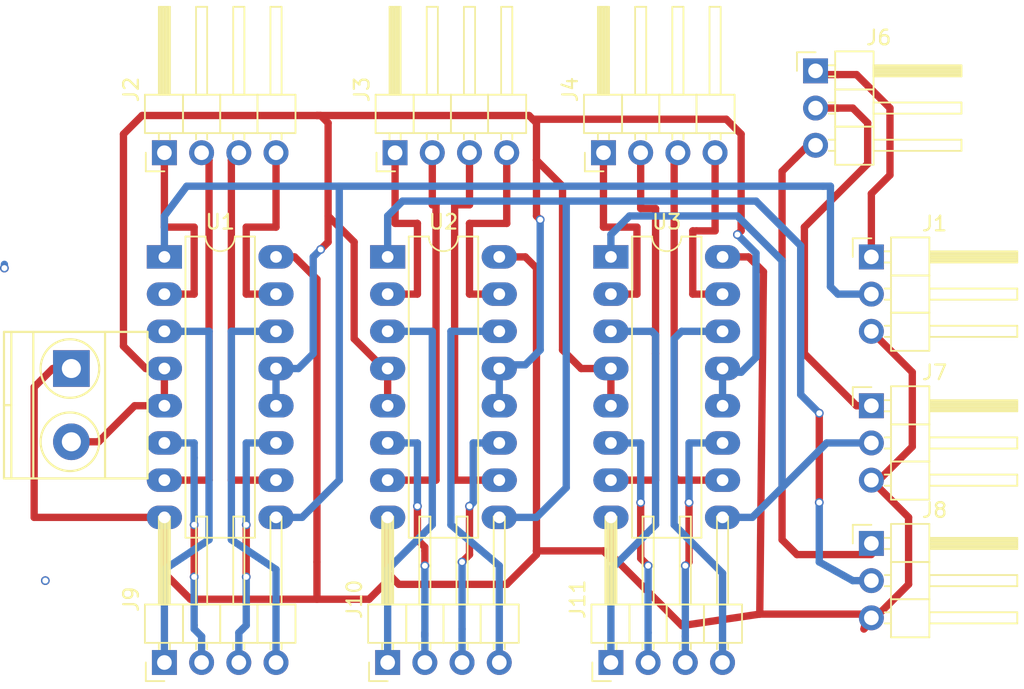
<source format=kicad_pcb>
(kicad_pcb (version 4) (host pcbnew 4.0.6-e0-6349~53~ubuntu16.04.1)

  (general
    (links 54)
    (no_connects 0)
    (area 21.573 17.314999 93.683001 64.763001)
    (thickness 1.6)
    (drawings 0)
    (tracks 294)
    (zones 0)
    (modules 14)
    (nets 33)
  )

  (page A4)
  (layers
    (0 F.Cu signal)
    (31 B.Cu signal)
    (32 B.Adhes user hide)
    (33 F.Adhes user hide)
    (34 B.Paste user hide)
    (35 F.Paste user hide)
    (36 B.SilkS user hide)
    (37 F.SilkS user hide)
    (38 B.Mask user hide)
    (39 F.Mask user hide)
    (40 Dwgs.User user hide)
    (41 Cmts.User user hide)
    (42 Eco1.User user hide)
    (43 Eco2.User user hide)
    (44 Edge.Cuts user hide)
    (45 Margin user hide)
    (46 B.CrtYd user hide)
    (47 F.CrtYd user hide)
    (48 B.Fab user hide)
    (49 F.Fab user hide)
  )

  (setup
    (last_trace_width 0.5)
    (trace_clearance 0.2)
    (zone_clearance 0.508)
    (zone_45_only no)
    (trace_min 0.2)
    (segment_width 0.2)
    (edge_width 0.1)
    (via_size 0.6)
    (via_drill 0.4)
    (via_min_size 0.4)
    (via_min_drill 0.3)
    (uvia_size 0.3)
    (uvia_drill 0.1)
    (uvias_allowed no)
    (uvia_min_size 0)
    (uvia_min_drill 0)
    (pcb_text_width 0.3)
    (pcb_text_size 1.5 1.5)
    (mod_edge_width 0.15)
    (mod_text_size 1 1)
    (mod_text_width 0.15)
    (pad_size 1.5 1.5)
    (pad_drill 0.6)
    (pad_to_mask_clearance 0)
    (aux_axis_origin 0 0)
    (visible_elements FFFFFF7F)
    (pcbplotparams
      (layerselection 0x00030_80000001)
      (usegerberextensions false)
      (excludeedgelayer true)
      (linewidth 0.100000)
      (plotframeref false)
      (viasonmask false)
      (mode 1)
      (useauxorigin false)
      (hpglpennumber 1)
      (hpglpenspeed 20)
      (hpglpendiameter 15)
      (hpglpenoverlay 2)
      (psnegative false)
      (psa4output false)
      (plotreference true)
      (plotvalue true)
      (plotinvisibletext false)
      (padsonsilk false)
      (subtractmaskfromsilk false)
      (outputformat 1)
      (mirror false)
      (drillshape 1)
      (scaleselection 1)
      (outputdirectory ""))
  )

  (net 0 "")
  (net 1 "Net-(J1-Pad1)")
  (net 2 U1EN)
  (net 3 VCC)
  (net 4 U11A)
  (net 5 U12A)
  (net 6 U13A)
  (net 7 U14A)
  (net 8 U21A)
  (net 9 U22A)
  (net 10 U23A)
  (net 11 U24A)
  (net 12 U31A)
  (net 13 U32A)
  (net 14 U33A)
  (net 15 U34A)
  (net 16 GND)
  (net 17 "Net-(J6-Pad2)")
  (net 18 "Net-(J6-Pad3)")
  (net 19 U2EN)
  (net 20 U3EN)
  (net 21 U11Y)
  (net 22 U12Y)
  (net 23 U13Y)
  (net 24 U14Y)
  (net 25 U21Y)
  (net 26 U22Y)
  (net 27 U23Y)
  (net 28 U24Y)
  (net 29 U31Y)
  (net 30 U32Y)
  (net 31 U33Y)
  (net 32 U34Y)

  (net_class Default "Это класс цепей по умолчанию."
    (clearance 0.2)
    (trace_width 0.5)
    (via_dia 0.6)
    (via_drill 0.4)
    (uvia_dia 0.3)
    (uvia_drill 0.1)
    (add_net GND)
    (add_net "Net-(J1-Pad1)")
    (add_net "Net-(J6-Pad2)")
    (add_net "Net-(J6-Pad3)")
    (add_net U11A)
    (add_net U11Y)
    (add_net U12A)
    (add_net U12Y)
    (add_net U13A)
    (add_net U13Y)
    (add_net U14A)
    (add_net U14Y)
    (add_net U1EN)
    (add_net U21A)
    (add_net U21Y)
    (add_net U22A)
    (add_net U22Y)
    (add_net U23A)
    (add_net U23Y)
    (add_net U24A)
    (add_net U24Y)
    (add_net U2EN)
    (add_net U31A)
    (add_net U31Y)
    (add_net U32A)
    (add_net U32Y)
    (add_net U33A)
    (add_net U33Y)
    (add_net U34A)
    (add_net U34Y)
    (add_net U3EN)
    (add_net VCC)
  )

  (module Pin_Headers:Pin_Header_Angled_1x03_Pitch2.54mm (layer F.Cu) (tedit 58CD4EC1) (tstamp 58DEBCC6)
    (at 83.058 35.052)
    (descr "Through hole angled pin header, 1x03, 2.54mm pitch, 6mm pin length, single row")
    (tags "Through hole angled pin header THT 1x03 2.54mm single row")
    (path /58DB4800)
    (fp_text reference J1 (at 4.315 -2.27) (layer F.SilkS)
      (effects (font (size 1 1) (thickness 0.15)))
    )
    (fp_text value CONN_01X03 (at 4.315 7.35) (layer F.Fab)
      (effects (font (size 1 1) (thickness 0.15)))
    )
    (fp_line (start 1.4 -1.27) (end 1.4 1.27) (layer F.Fab) (width 0.1))
    (fp_line (start 1.4 1.27) (end 3.9 1.27) (layer F.Fab) (width 0.1))
    (fp_line (start 3.9 1.27) (end 3.9 -1.27) (layer F.Fab) (width 0.1))
    (fp_line (start 3.9 -1.27) (end 1.4 -1.27) (layer F.Fab) (width 0.1))
    (fp_line (start 0 -0.32) (end 0 0.32) (layer F.Fab) (width 0.1))
    (fp_line (start 0 0.32) (end 9.9 0.32) (layer F.Fab) (width 0.1))
    (fp_line (start 9.9 0.32) (end 9.9 -0.32) (layer F.Fab) (width 0.1))
    (fp_line (start 9.9 -0.32) (end 0 -0.32) (layer F.Fab) (width 0.1))
    (fp_line (start 1.4 1.27) (end 1.4 3.81) (layer F.Fab) (width 0.1))
    (fp_line (start 1.4 3.81) (end 3.9 3.81) (layer F.Fab) (width 0.1))
    (fp_line (start 3.9 3.81) (end 3.9 1.27) (layer F.Fab) (width 0.1))
    (fp_line (start 3.9 1.27) (end 1.4 1.27) (layer F.Fab) (width 0.1))
    (fp_line (start 0 2.22) (end 0 2.86) (layer F.Fab) (width 0.1))
    (fp_line (start 0 2.86) (end 9.9 2.86) (layer F.Fab) (width 0.1))
    (fp_line (start 9.9 2.86) (end 9.9 2.22) (layer F.Fab) (width 0.1))
    (fp_line (start 9.9 2.22) (end 0 2.22) (layer F.Fab) (width 0.1))
    (fp_line (start 1.4 3.81) (end 1.4 6.35) (layer F.Fab) (width 0.1))
    (fp_line (start 1.4 6.35) (end 3.9 6.35) (layer F.Fab) (width 0.1))
    (fp_line (start 3.9 6.35) (end 3.9 3.81) (layer F.Fab) (width 0.1))
    (fp_line (start 3.9 3.81) (end 1.4 3.81) (layer F.Fab) (width 0.1))
    (fp_line (start 0 4.76) (end 0 5.4) (layer F.Fab) (width 0.1))
    (fp_line (start 0 5.4) (end 9.9 5.4) (layer F.Fab) (width 0.1))
    (fp_line (start 9.9 5.4) (end 9.9 4.76) (layer F.Fab) (width 0.1))
    (fp_line (start 9.9 4.76) (end 0 4.76) (layer F.Fab) (width 0.1))
    (fp_line (start 1.34 -1.33) (end 1.34 1.27) (layer F.SilkS) (width 0.12))
    (fp_line (start 1.34 1.27) (end 3.96 1.27) (layer F.SilkS) (width 0.12))
    (fp_line (start 3.96 1.27) (end 3.96 -1.33) (layer F.SilkS) (width 0.12))
    (fp_line (start 3.96 -1.33) (end 1.34 -1.33) (layer F.SilkS) (width 0.12))
    (fp_line (start 3.96 -0.38) (end 3.96 0.38) (layer F.SilkS) (width 0.12))
    (fp_line (start 3.96 0.38) (end 9.96 0.38) (layer F.SilkS) (width 0.12))
    (fp_line (start 9.96 0.38) (end 9.96 -0.38) (layer F.SilkS) (width 0.12))
    (fp_line (start 9.96 -0.38) (end 3.96 -0.38) (layer F.SilkS) (width 0.12))
    (fp_line (start 0.91 -0.38) (end 1.34 -0.38) (layer F.SilkS) (width 0.12))
    (fp_line (start 0.91 0.38) (end 1.34 0.38) (layer F.SilkS) (width 0.12))
    (fp_line (start 3.96 -0.26) (end 9.96 -0.26) (layer F.SilkS) (width 0.12))
    (fp_line (start 3.96 -0.14) (end 9.96 -0.14) (layer F.SilkS) (width 0.12))
    (fp_line (start 3.96 -0.02) (end 9.96 -0.02) (layer F.SilkS) (width 0.12))
    (fp_line (start 3.96 0.1) (end 9.96 0.1) (layer F.SilkS) (width 0.12))
    (fp_line (start 3.96 0.22) (end 9.96 0.22) (layer F.SilkS) (width 0.12))
    (fp_line (start 3.96 0.34) (end 9.96 0.34) (layer F.SilkS) (width 0.12))
    (fp_line (start 1.34 1.27) (end 1.34 3.81) (layer F.SilkS) (width 0.12))
    (fp_line (start 1.34 3.81) (end 3.96 3.81) (layer F.SilkS) (width 0.12))
    (fp_line (start 3.96 3.81) (end 3.96 1.27) (layer F.SilkS) (width 0.12))
    (fp_line (start 3.96 1.27) (end 1.34 1.27) (layer F.SilkS) (width 0.12))
    (fp_line (start 3.96 2.16) (end 3.96 2.92) (layer F.SilkS) (width 0.12))
    (fp_line (start 3.96 2.92) (end 9.96 2.92) (layer F.SilkS) (width 0.12))
    (fp_line (start 9.96 2.92) (end 9.96 2.16) (layer F.SilkS) (width 0.12))
    (fp_line (start 9.96 2.16) (end 3.96 2.16) (layer F.SilkS) (width 0.12))
    (fp_line (start 0.91 2.16) (end 1.34 2.16) (layer F.SilkS) (width 0.12))
    (fp_line (start 0.91 2.92) (end 1.34 2.92) (layer F.SilkS) (width 0.12))
    (fp_line (start 1.34 3.81) (end 1.34 6.41) (layer F.SilkS) (width 0.12))
    (fp_line (start 1.34 6.41) (end 3.96 6.41) (layer F.SilkS) (width 0.12))
    (fp_line (start 3.96 6.41) (end 3.96 3.81) (layer F.SilkS) (width 0.12))
    (fp_line (start 3.96 3.81) (end 1.34 3.81) (layer F.SilkS) (width 0.12))
    (fp_line (start 3.96 4.7) (end 3.96 5.46) (layer F.SilkS) (width 0.12))
    (fp_line (start 3.96 5.46) (end 9.96 5.46) (layer F.SilkS) (width 0.12))
    (fp_line (start 9.96 5.46) (end 9.96 4.7) (layer F.SilkS) (width 0.12))
    (fp_line (start 9.96 4.7) (end 3.96 4.7) (layer F.SilkS) (width 0.12))
    (fp_line (start 0.91 4.7) (end 1.34 4.7) (layer F.SilkS) (width 0.12))
    (fp_line (start 0.91 5.46) (end 1.34 5.46) (layer F.SilkS) (width 0.12))
    (fp_line (start -1.27 0) (end -1.27 -1.27) (layer F.SilkS) (width 0.12))
    (fp_line (start -1.27 -1.27) (end 0 -1.27) (layer F.SilkS) (width 0.12))
    (fp_line (start -1.8 -1.8) (end -1.8 6.85) (layer F.CrtYd) (width 0.05))
    (fp_line (start -1.8 6.85) (end 10.4 6.85) (layer F.CrtYd) (width 0.05))
    (fp_line (start 10.4 6.85) (end 10.4 -1.8) (layer F.CrtYd) (width 0.05))
    (fp_line (start 10.4 -1.8) (end -1.8 -1.8) (layer F.CrtYd) (width 0.05))
    (fp_text user %R (at 4.315 -2.27) (layer F.Fab)
      (effects (font (size 1 1) (thickness 0.15)))
    )
    (pad 1 thru_hole rect (at 0 0) (size 1.7 1.7) (drill 1) (layers *.Cu *.Mask)
      (net 1 "Net-(J1-Pad1)"))
    (pad 2 thru_hole oval (at 0 2.54) (size 1.7 1.7) (drill 1) (layers *.Cu *.Mask)
      (net 2 U1EN))
    (pad 3 thru_hole oval (at 0 5.08) (size 1.7 1.7) (drill 1) (layers *.Cu *.Mask)
      (net 3 VCC))
    (model ${KISYS3DMOD}/Pin_Headers.3dshapes/Pin_Header_Angled_1x03_Pitch2.54mm.wrl
      (at (xyz 0 -0.1 0))
      (scale (xyz 1 1 1))
      (rotate (xyz 0 0 90))
    )
  )

  (module Pin_Headers:Pin_Header_Angled_1x04_Pitch2.54mm (layer F.Cu) (tedit 58CD4EC1) (tstamp 58DEBCCE)
    (at 34.798 27.94 90)
    (descr "Through hole angled pin header, 1x04, 2.54mm pitch, 6mm pin length, single row")
    (tags "Through hole angled pin header THT 1x04 2.54mm single row")
    (path /58DADCA5)
    (fp_text reference J2 (at 4.315 -2.27 90) (layer F.SilkS)
      (effects (font (size 1 1) (thickness 0.15)))
    )
    (fp_text value CONN_01X04 (at 4.315 9.89 90) (layer F.Fab)
      (effects (font (size 1 1) (thickness 0.15)))
    )
    (fp_line (start 1.4 -1.27) (end 1.4 1.27) (layer F.Fab) (width 0.1))
    (fp_line (start 1.4 1.27) (end 3.9 1.27) (layer F.Fab) (width 0.1))
    (fp_line (start 3.9 1.27) (end 3.9 -1.27) (layer F.Fab) (width 0.1))
    (fp_line (start 3.9 -1.27) (end 1.4 -1.27) (layer F.Fab) (width 0.1))
    (fp_line (start 0 -0.32) (end 0 0.32) (layer F.Fab) (width 0.1))
    (fp_line (start 0 0.32) (end 9.9 0.32) (layer F.Fab) (width 0.1))
    (fp_line (start 9.9 0.32) (end 9.9 -0.32) (layer F.Fab) (width 0.1))
    (fp_line (start 9.9 -0.32) (end 0 -0.32) (layer F.Fab) (width 0.1))
    (fp_line (start 1.4 1.27) (end 1.4 3.81) (layer F.Fab) (width 0.1))
    (fp_line (start 1.4 3.81) (end 3.9 3.81) (layer F.Fab) (width 0.1))
    (fp_line (start 3.9 3.81) (end 3.9 1.27) (layer F.Fab) (width 0.1))
    (fp_line (start 3.9 1.27) (end 1.4 1.27) (layer F.Fab) (width 0.1))
    (fp_line (start 0 2.22) (end 0 2.86) (layer F.Fab) (width 0.1))
    (fp_line (start 0 2.86) (end 9.9 2.86) (layer F.Fab) (width 0.1))
    (fp_line (start 9.9 2.86) (end 9.9 2.22) (layer F.Fab) (width 0.1))
    (fp_line (start 9.9 2.22) (end 0 2.22) (layer F.Fab) (width 0.1))
    (fp_line (start 1.4 3.81) (end 1.4 6.35) (layer F.Fab) (width 0.1))
    (fp_line (start 1.4 6.35) (end 3.9 6.35) (layer F.Fab) (width 0.1))
    (fp_line (start 3.9 6.35) (end 3.9 3.81) (layer F.Fab) (width 0.1))
    (fp_line (start 3.9 3.81) (end 1.4 3.81) (layer F.Fab) (width 0.1))
    (fp_line (start 0 4.76) (end 0 5.4) (layer F.Fab) (width 0.1))
    (fp_line (start 0 5.4) (end 9.9 5.4) (layer F.Fab) (width 0.1))
    (fp_line (start 9.9 5.4) (end 9.9 4.76) (layer F.Fab) (width 0.1))
    (fp_line (start 9.9 4.76) (end 0 4.76) (layer F.Fab) (width 0.1))
    (fp_line (start 1.4 6.35) (end 1.4 8.89) (layer F.Fab) (width 0.1))
    (fp_line (start 1.4 8.89) (end 3.9 8.89) (layer F.Fab) (width 0.1))
    (fp_line (start 3.9 8.89) (end 3.9 6.35) (layer F.Fab) (width 0.1))
    (fp_line (start 3.9 6.35) (end 1.4 6.35) (layer F.Fab) (width 0.1))
    (fp_line (start 0 7.3) (end 0 7.94) (layer F.Fab) (width 0.1))
    (fp_line (start 0 7.94) (end 9.9 7.94) (layer F.Fab) (width 0.1))
    (fp_line (start 9.9 7.94) (end 9.9 7.3) (layer F.Fab) (width 0.1))
    (fp_line (start 9.9 7.3) (end 0 7.3) (layer F.Fab) (width 0.1))
    (fp_line (start 1.34 -1.33) (end 1.34 1.27) (layer F.SilkS) (width 0.12))
    (fp_line (start 1.34 1.27) (end 3.96 1.27) (layer F.SilkS) (width 0.12))
    (fp_line (start 3.96 1.27) (end 3.96 -1.33) (layer F.SilkS) (width 0.12))
    (fp_line (start 3.96 -1.33) (end 1.34 -1.33) (layer F.SilkS) (width 0.12))
    (fp_line (start 3.96 -0.38) (end 3.96 0.38) (layer F.SilkS) (width 0.12))
    (fp_line (start 3.96 0.38) (end 9.96 0.38) (layer F.SilkS) (width 0.12))
    (fp_line (start 9.96 0.38) (end 9.96 -0.38) (layer F.SilkS) (width 0.12))
    (fp_line (start 9.96 -0.38) (end 3.96 -0.38) (layer F.SilkS) (width 0.12))
    (fp_line (start 0.91 -0.38) (end 1.34 -0.38) (layer F.SilkS) (width 0.12))
    (fp_line (start 0.91 0.38) (end 1.34 0.38) (layer F.SilkS) (width 0.12))
    (fp_line (start 3.96 -0.26) (end 9.96 -0.26) (layer F.SilkS) (width 0.12))
    (fp_line (start 3.96 -0.14) (end 9.96 -0.14) (layer F.SilkS) (width 0.12))
    (fp_line (start 3.96 -0.02) (end 9.96 -0.02) (layer F.SilkS) (width 0.12))
    (fp_line (start 3.96 0.1) (end 9.96 0.1) (layer F.SilkS) (width 0.12))
    (fp_line (start 3.96 0.22) (end 9.96 0.22) (layer F.SilkS) (width 0.12))
    (fp_line (start 3.96 0.34) (end 9.96 0.34) (layer F.SilkS) (width 0.12))
    (fp_line (start 1.34 1.27) (end 1.34 3.81) (layer F.SilkS) (width 0.12))
    (fp_line (start 1.34 3.81) (end 3.96 3.81) (layer F.SilkS) (width 0.12))
    (fp_line (start 3.96 3.81) (end 3.96 1.27) (layer F.SilkS) (width 0.12))
    (fp_line (start 3.96 1.27) (end 1.34 1.27) (layer F.SilkS) (width 0.12))
    (fp_line (start 3.96 2.16) (end 3.96 2.92) (layer F.SilkS) (width 0.12))
    (fp_line (start 3.96 2.92) (end 9.96 2.92) (layer F.SilkS) (width 0.12))
    (fp_line (start 9.96 2.92) (end 9.96 2.16) (layer F.SilkS) (width 0.12))
    (fp_line (start 9.96 2.16) (end 3.96 2.16) (layer F.SilkS) (width 0.12))
    (fp_line (start 0.91 2.16) (end 1.34 2.16) (layer F.SilkS) (width 0.12))
    (fp_line (start 0.91 2.92) (end 1.34 2.92) (layer F.SilkS) (width 0.12))
    (fp_line (start 1.34 3.81) (end 1.34 6.35) (layer F.SilkS) (width 0.12))
    (fp_line (start 1.34 6.35) (end 3.96 6.35) (layer F.SilkS) (width 0.12))
    (fp_line (start 3.96 6.35) (end 3.96 3.81) (layer F.SilkS) (width 0.12))
    (fp_line (start 3.96 3.81) (end 1.34 3.81) (layer F.SilkS) (width 0.12))
    (fp_line (start 3.96 4.7) (end 3.96 5.46) (layer F.SilkS) (width 0.12))
    (fp_line (start 3.96 5.46) (end 9.96 5.46) (layer F.SilkS) (width 0.12))
    (fp_line (start 9.96 5.46) (end 9.96 4.7) (layer F.SilkS) (width 0.12))
    (fp_line (start 9.96 4.7) (end 3.96 4.7) (layer F.SilkS) (width 0.12))
    (fp_line (start 0.91 4.7) (end 1.34 4.7) (layer F.SilkS) (width 0.12))
    (fp_line (start 0.91 5.46) (end 1.34 5.46) (layer F.SilkS) (width 0.12))
    (fp_line (start 1.34 6.35) (end 1.34 8.95) (layer F.SilkS) (width 0.12))
    (fp_line (start 1.34 8.95) (end 3.96 8.95) (layer F.SilkS) (width 0.12))
    (fp_line (start 3.96 8.95) (end 3.96 6.35) (layer F.SilkS) (width 0.12))
    (fp_line (start 3.96 6.35) (end 1.34 6.35) (layer F.SilkS) (width 0.12))
    (fp_line (start 3.96 7.24) (end 3.96 8) (layer F.SilkS) (width 0.12))
    (fp_line (start 3.96 8) (end 9.96 8) (layer F.SilkS) (width 0.12))
    (fp_line (start 9.96 8) (end 9.96 7.24) (layer F.SilkS) (width 0.12))
    (fp_line (start 9.96 7.24) (end 3.96 7.24) (layer F.SilkS) (width 0.12))
    (fp_line (start 0.91 7.24) (end 1.34 7.24) (layer F.SilkS) (width 0.12))
    (fp_line (start 0.91 8) (end 1.34 8) (layer F.SilkS) (width 0.12))
    (fp_line (start -1.27 0) (end -1.27 -1.27) (layer F.SilkS) (width 0.12))
    (fp_line (start -1.27 -1.27) (end 0 -1.27) (layer F.SilkS) (width 0.12))
    (fp_line (start -1.8 -1.8) (end -1.8 9.4) (layer F.CrtYd) (width 0.05))
    (fp_line (start -1.8 9.4) (end 10.4 9.4) (layer F.CrtYd) (width 0.05))
    (fp_line (start 10.4 9.4) (end 10.4 -1.8) (layer F.CrtYd) (width 0.05))
    (fp_line (start 10.4 -1.8) (end -1.8 -1.8) (layer F.CrtYd) (width 0.05))
    (fp_text user %R (at 4.315 -2.27 90) (layer F.Fab)
      (effects (font (size 1 1) (thickness 0.15)))
    )
    (pad 1 thru_hole rect (at 0 0 90) (size 1.7 1.7) (drill 1) (layers *.Cu *.Mask)
      (net 4 U11A))
    (pad 2 thru_hole oval (at 0 2.54 90) (size 1.7 1.7) (drill 1) (layers *.Cu *.Mask)
      (net 5 U12A))
    (pad 3 thru_hole oval (at 0 5.08 90) (size 1.7 1.7) (drill 1) (layers *.Cu *.Mask)
      (net 6 U13A))
    (pad 4 thru_hole oval (at 0 7.62 90) (size 1.7 1.7) (drill 1) (layers *.Cu *.Mask)
      (net 7 U14A))
    (model ${KISYS3DMOD}/Pin_Headers.3dshapes/Pin_Header_Angled_1x04_Pitch2.54mm.wrl
      (at (xyz 0 -0.15 0))
      (scale (xyz 1 1 1))
      (rotate (xyz 0 0 90))
    )
  )

  (module Pin_Headers:Pin_Header_Angled_1x04_Pitch2.54mm (layer F.Cu) (tedit 58CD4EC1) (tstamp 58DEBCD6)
    (at 50.546 27.94 90)
    (descr "Through hole angled pin header, 1x04, 2.54mm pitch, 6mm pin length, single row")
    (tags "Through hole angled pin header THT 1x04 2.54mm single row")
    (path /58DADC01)
    (fp_text reference J3 (at 4.315 -2.27 90) (layer F.SilkS)
      (effects (font (size 1 1) (thickness 0.15)))
    )
    (fp_text value CONN_01X04 (at 4.315 9.89 90) (layer F.Fab)
      (effects (font (size 1 1) (thickness 0.15)))
    )
    (fp_line (start 1.4 -1.27) (end 1.4 1.27) (layer F.Fab) (width 0.1))
    (fp_line (start 1.4 1.27) (end 3.9 1.27) (layer F.Fab) (width 0.1))
    (fp_line (start 3.9 1.27) (end 3.9 -1.27) (layer F.Fab) (width 0.1))
    (fp_line (start 3.9 -1.27) (end 1.4 -1.27) (layer F.Fab) (width 0.1))
    (fp_line (start 0 -0.32) (end 0 0.32) (layer F.Fab) (width 0.1))
    (fp_line (start 0 0.32) (end 9.9 0.32) (layer F.Fab) (width 0.1))
    (fp_line (start 9.9 0.32) (end 9.9 -0.32) (layer F.Fab) (width 0.1))
    (fp_line (start 9.9 -0.32) (end 0 -0.32) (layer F.Fab) (width 0.1))
    (fp_line (start 1.4 1.27) (end 1.4 3.81) (layer F.Fab) (width 0.1))
    (fp_line (start 1.4 3.81) (end 3.9 3.81) (layer F.Fab) (width 0.1))
    (fp_line (start 3.9 3.81) (end 3.9 1.27) (layer F.Fab) (width 0.1))
    (fp_line (start 3.9 1.27) (end 1.4 1.27) (layer F.Fab) (width 0.1))
    (fp_line (start 0 2.22) (end 0 2.86) (layer F.Fab) (width 0.1))
    (fp_line (start 0 2.86) (end 9.9 2.86) (layer F.Fab) (width 0.1))
    (fp_line (start 9.9 2.86) (end 9.9 2.22) (layer F.Fab) (width 0.1))
    (fp_line (start 9.9 2.22) (end 0 2.22) (layer F.Fab) (width 0.1))
    (fp_line (start 1.4 3.81) (end 1.4 6.35) (layer F.Fab) (width 0.1))
    (fp_line (start 1.4 6.35) (end 3.9 6.35) (layer F.Fab) (width 0.1))
    (fp_line (start 3.9 6.35) (end 3.9 3.81) (layer F.Fab) (width 0.1))
    (fp_line (start 3.9 3.81) (end 1.4 3.81) (layer F.Fab) (width 0.1))
    (fp_line (start 0 4.76) (end 0 5.4) (layer F.Fab) (width 0.1))
    (fp_line (start 0 5.4) (end 9.9 5.4) (layer F.Fab) (width 0.1))
    (fp_line (start 9.9 5.4) (end 9.9 4.76) (layer F.Fab) (width 0.1))
    (fp_line (start 9.9 4.76) (end 0 4.76) (layer F.Fab) (width 0.1))
    (fp_line (start 1.4 6.35) (end 1.4 8.89) (layer F.Fab) (width 0.1))
    (fp_line (start 1.4 8.89) (end 3.9 8.89) (layer F.Fab) (width 0.1))
    (fp_line (start 3.9 8.89) (end 3.9 6.35) (layer F.Fab) (width 0.1))
    (fp_line (start 3.9 6.35) (end 1.4 6.35) (layer F.Fab) (width 0.1))
    (fp_line (start 0 7.3) (end 0 7.94) (layer F.Fab) (width 0.1))
    (fp_line (start 0 7.94) (end 9.9 7.94) (layer F.Fab) (width 0.1))
    (fp_line (start 9.9 7.94) (end 9.9 7.3) (layer F.Fab) (width 0.1))
    (fp_line (start 9.9 7.3) (end 0 7.3) (layer F.Fab) (width 0.1))
    (fp_line (start 1.34 -1.33) (end 1.34 1.27) (layer F.SilkS) (width 0.12))
    (fp_line (start 1.34 1.27) (end 3.96 1.27) (layer F.SilkS) (width 0.12))
    (fp_line (start 3.96 1.27) (end 3.96 -1.33) (layer F.SilkS) (width 0.12))
    (fp_line (start 3.96 -1.33) (end 1.34 -1.33) (layer F.SilkS) (width 0.12))
    (fp_line (start 3.96 -0.38) (end 3.96 0.38) (layer F.SilkS) (width 0.12))
    (fp_line (start 3.96 0.38) (end 9.96 0.38) (layer F.SilkS) (width 0.12))
    (fp_line (start 9.96 0.38) (end 9.96 -0.38) (layer F.SilkS) (width 0.12))
    (fp_line (start 9.96 -0.38) (end 3.96 -0.38) (layer F.SilkS) (width 0.12))
    (fp_line (start 0.91 -0.38) (end 1.34 -0.38) (layer F.SilkS) (width 0.12))
    (fp_line (start 0.91 0.38) (end 1.34 0.38) (layer F.SilkS) (width 0.12))
    (fp_line (start 3.96 -0.26) (end 9.96 -0.26) (layer F.SilkS) (width 0.12))
    (fp_line (start 3.96 -0.14) (end 9.96 -0.14) (layer F.SilkS) (width 0.12))
    (fp_line (start 3.96 -0.02) (end 9.96 -0.02) (layer F.SilkS) (width 0.12))
    (fp_line (start 3.96 0.1) (end 9.96 0.1) (layer F.SilkS) (width 0.12))
    (fp_line (start 3.96 0.22) (end 9.96 0.22) (layer F.SilkS) (width 0.12))
    (fp_line (start 3.96 0.34) (end 9.96 0.34) (layer F.SilkS) (width 0.12))
    (fp_line (start 1.34 1.27) (end 1.34 3.81) (layer F.SilkS) (width 0.12))
    (fp_line (start 1.34 3.81) (end 3.96 3.81) (layer F.SilkS) (width 0.12))
    (fp_line (start 3.96 3.81) (end 3.96 1.27) (layer F.SilkS) (width 0.12))
    (fp_line (start 3.96 1.27) (end 1.34 1.27) (layer F.SilkS) (width 0.12))
    (fp_line (start 3.96 2.16) (end 3.96 2.92) (layer F.SilkS) (width 0.12))
    (fp_line (start 3.96 2.92) (end 9.96 2.92) (layer F.SilkS) (width 0.12))
    (fp_line (start 9.96 2.92) (end 9.96 2.16) (layer F.SilkS) (width 0.12))
    (fp_line (start 9.96 2.16) (end 3.96 2.16) (layer F.SilkS) (width 0.12))
    (fp_line (start 0.91 2.16) (end 1.34 2.16) (layer F.SilkS) (width 0.12))
    (fp_line (start 0.91 2.92) (end 1.34 2.92) (layer F.SilkS) (width 0.12))
    (fp_line (start 1.34 3.81) (end 1.34 6.35) (layer F.SilkS) (width 0.12))
    (fp_line (start 1.34 6.35) (end 3.96 6.35) (layer F.SilkS) (width 0.12))
    (fp_line (start 3.96 6.35) (end 3.96 3.81) (layer F.SilkS) (width 0.12))
    (fp_line (start 3.96 3.81) (end 1.34 3.81) (layer F.SilkS) (width 0.12))
    (fp_line (start 3.96 4.7) (end 3.96 5.46) (layer F.SilkS) (width 0.12))
    (fp_line (start 3.96 5.46) (end 9.96 5.46) (layer F.SilkS) (width 0.12))
    (fp_line (start 9.96 5.46) (end 9.96 4.7) (layer F.SilkS) (width 0.12))
    (fp_line (start 9.96 4.7) (end 3.96 4.7) (layer F.SilkS) (width 0.12))
    (fp_line (start 0.91 4.7) (end 1.34 4.7) (layer F.SilkS) (width 0.12))
    (fp_line (start 0.91 5.46) (end 1.34 5.46) (layer F.SilkS) (width 0.12))
    (fp_line (start 1.34 6.35) (end 1.34 8.95) (layer F.SilkS) (width 0.12))
    (fp_line (start 1.34 8.95) (end 3.96 8.95) (layer F.SilkS) (width 0.12))
    (fp_line (start 3.96 8.95) (end 3.96 6.35) (layer F.SilkS) (width 0.12))
    (fp_line (start 3.96 6.35) (end 1.34 6.35) (layer F.SilkS) (width 0.12))
    (fp_line (start 3.96 7.24) (end 3.96 8) (layer F.SilkS) (width 0.12))
    (fp_line (start 3.96 8) (end 9.96 8) (layer F.SilkS) (width 0.12))
    (fp_line (start 9.96 8) (end 9.96 7.24) (layer F.SilkS) (width 0.12))
    (fp_line (start 9.96 7.24) (end 3.96 7.24) (layer F.SilkS) (width 0.12))
    (fp_line (start 0.91 7.24) (end 1.34 7.24) (layer F.SilkS) (width 0.12))
    (fp_line (start 0.91 8) (end 1.34 8) (layer F.SilkS) (width 0.12))
    (fp_line (start -1.27 0) (end -1.27 -1.27) (layer F.SilkS) (width 0.12))
    (fp_line (start -1.27 -1.27) (end 0 -1.27) (layer F.SilkS) (width 0.12))
    (fp_line (start -1.8 -1.8) (end -1.8 9.4) (layer F.CrtYd) (width 0.05))
    (fp_line (start -1.8 9.4) (end 10.4 9.4) (layer F.CrtYd) (width 0.05))
    (fp_line (start 10.4 9.4) (end 10.4 -1.8) (layer F.CrtYd) (width 0.05))
    (fp_line (start 10.4 -1.8) (end -1.8 -1.8) (layer F.CrtYd) (width 0.05))
    (fp_text user %R (at 4.315 -2.27 90) (layer F.Fab)
      (effects (font (size 1 1) (thickness 0.15)))
    )
    (pad 1 thru_hole rect (at 0 0 90) (size 1.7 1.7) (drill 1) (layers *.Cu *.Mask)
      (net 8 U21A))
    (pad 2 thru_hole oval (at 0 2.54 90) (size 1.7 1.7) (drill 1) (layers *.Cu *.Mask)
      (net 9 U22A))
    (pad 3 thru_hole oval (at 0 5.08 90) (size 1.7 1.7) (drill 1) (layers *.Cu *.Mask)
      (net 10 U23A))
    (pad 4 thru_hole oval (at 0 7.62 90) (size 1.7 1.7) (drill 1) (layers *.Cu *.Mask)
      (net 11 U24A))
    (model ${KISYS3DMOD}/Pin_Headers.3dshapes/Pin_Header_Angled_1x04_Pitch2.54mm.wrl
      (at (xyz 0 -0.15 0))
      (scale (xyz 1 1 1))
      (rotate (xyz 0 0 90))
    )
  )

  (module Pin_Headers:Pin_Header_Angled_1x04_Pitch2.54mm (layer F.Cu) (tedit 58CD4EC1) (tstamp 58DEBCDE)
    (at 64.77 27.94 90)
    (descr "Through hole angled pin header, 1x04, 2.54mm pitch, 6mm pin length, single row")
    (tags "Through hole angled pin header THT 1x04 2.54mm single row")
    (path /58DADB64)
    (fp_text reference J4 (at 4.315 -2.27 90) (layer F.SilkS)
      (effects (font (size 1 1) (thickness 0.15)))
    )
    (fp_text value CONN_01X04 (at 4.315 9.89 90) (layer F.Fab)
      (effects (font (size 1 1) (thickness 0.15)))
    )
    (fp_line (start 1.4 -1.27) (end 1.4 1.27) (layer F.Fab) (width 0.1))
    (fp_line (start 1.4 1.27) (end 3.9 1.27) (layer F.Fab) (width 0.1))
    (fp_line (start 3.9 1.27) (end 3.9 -1.27) (layer F.Fab) (width 0.1))
    (fp_line (start 3.9 -1.27) (end 1.4 -1.27) (layer F.Fab) (width 0.1))
    (fp_line (start 0 -0.32) (end 0 0.32) (layer F.Fab) (width 0.1))
    (fp_line (start 0 0.32) (end 9.9 0.32) (layer F.Fab) (width 0.1))
    (fp_line (start 9.9 0.32) (end 9.9 -0.32) (layer F.Fab) (width 0.1))
    (fp_line (start 9.9 -0.32) (end 0 -0.32) (layer F.Fab) (width 0.1))
    (fp_line (start 1.4 1.27) (end 1.4 3.81) (layer F.Fab) (width 0.1))
    (fp_line (start 1.4 3.81) (end 3.9 3.81) (layer F.Fab) (width 0.1))
    (fp_line (start 3.9 3.81) (end 3.9 1.27) (layer F.Fab) (width 0.1))
    (fp_line (start 3.9 1.27) (end 1.4 1.27) (layer F.Fab) (width 0.1))
    (fp_line (start 0 2.22) (end 0 2.86) (layer F.Fab) (width 0.1))
    (fp_line (start 0 2.86) (end 9.9 2.86) (layer F.Fab) (width 0.1))
    (fp_line (start 9.9 2.86) (end 9.9 2.22) (layer F.Fab) (width 0.1))
    (fp_line (start 9.9 2.22) (end 0 2.22) (layer F.Fab) (width 0.1))
    (fp_line (start 1.4 3.81) (end 1.4 6.35) (layer F.Fab) (width 0.1))
    (fp_line (start 1.4 6.35) (end 3.9 6.35) (layer F.Fab) (width 0.1))
    (fp_line (start 3.9 6.35) (end 3.9 3.81) (layer F.Fab) (width 0.1))
    (fp_line (start 3.9 3.81) (end 1.4 3.81) (layer F.Fab) (width 0.1))
    (fp_line (start 0 4.76) (end 0 5.4) (layer F.Fab) (width 0.1))
    (fp_line (start 0 5.4) (end 9.9 5.4) (layer F.Fab) (width 0.1))
    (fp_line (start 9.9 5.4) (end 9.9 4.76) (layer F.Fab) (width 0.1))
    (fp_line (start 9.9 4.76) (end 0 4.76) (layer F.Fab) (width 0.1))
    (fp_line (start 1.4 6.35) (end 1.4 8.89) (layer F.Fab) (width 0.1))
    (fp_line (start 1.4 8.89) (end 3.9 8.89) (layer F.Fab) (width 0.1))
    (fp_line (start 3.9 8.89) (end 3.9 6.35) (layer F.Fab) (width 0.1))
    (fp_line (start 3.9 6.35) (end 1.4 6.35) (layer F.Fab) (width 0.1))
    (fp_line (start 0 7.3) (end 0 7.94) (layer F.Fab) (width 0.1))
    (fp_line (start 0 7.94) (end 9.9 7.94) (layer F.Fab) (width 0.1))
    (fp_line (start 9.9 7.94) (end 9.9 7.3) (layer F.Fab) (width 0.1))
    (fp_line (start 9.9 7.3) (end 0 7.3) (layer F.Fab) (width 0.1))
    (fp_line (start 1.34 -1.33) (end 1.34 1.27) (layer F.SilkS) (width 0.12))
    (fp_line (start 1.34 1.27) (end 3.96 1.27) (layer F.SilkS) (width 0.12))
    (fp_line (start 3.96 1.27) (end 3.96 -1.33) (layer F.SilkS) (width 0.12))
    (fp_line (start 3.96 -1.33) (end 1.34 -1.33) (layer F.SilkS) (width 0.12))
    (fp_line (start 3.96 -0.38) (end 3.96 0.38) (layer F.SilkS) (width 0.12))
    (fp_line (start 3.96 0.38) (end 9.96 0.38) (layer F.SilkS) (width 0.12))
    (fp_line (start 9.96 0.38) (end 9.96 -0.38) (layer F.SilkS) (width 0.12))
    (fp_line (start 9.96 -0.38) (end 3.96 -0.38) (layer F.SilkS) (width 0.12))
    (fp_line (start 0.91 -0.38) (end 1.34 -0.38) (layer F.SilkS) (width 0.12))
    (fp_line (start 0.91 0.38) (end 1.34 0.38) (layer F.SilkS) (width 0.12))
    (fp_line (start 3.96 -0.26) (end 9.96 -0.26) (layer F.SilkS) (width 0.12))
    (fp_line (start 3.96 -0.14) (end 9.96 -0.14) (layer F.SilkS) (width 0.12))
    (fp_line (start 3.96 -0.02) (end 9.96 -0.02) (layer F.SilkS) (width 0.12))
    (fp_line (start 3.96 0.1) (end 9.96 0.1) (layer F.SilkS) (width 0.12))
    (fp_line (start 3.96 0.22) (end 9.96 0.22) (layer F.SilkS) (width 0.12))
    (fp_line (start 3.96 0.34) (end 9.96 0.34) (layer F.SilkS) (width 0.12))
    (fp_line (start 1.34 1.27) (end 1.34 3.81) (layer F.SilkS) (width 0.12))
    (fp_line (start 1.34 3.81) (end 3.96 3.81) (layer F.SilkS) (width 0.12))
    (fp_line (start 3.96 3.81) (end 3.96 1.27) (layer F.SilkS) (width 0.12))
    (fp_line (start 3.96 1.27) (end 1.34 1.27) (layer F.SilkS) (width 0.12))
    (fp_line (start 3.96 2.16) (end 3.96 2.92) (layer F.SilkS) (width 0.12))
    (fp_line (start 3.96 2.92) (end 9.96 2.92) (layer F.SilkS) (width 0.12))
    (fp_line (start 9.96 2.92) (end 9.96 2.16) (layer F.SilkS) (width 0.12))
    (fp_line (start 9.96 2.16) (end 3.96 2.16) (layer F.SilkS) (width 0.12))
    (fp_line (start 0.91 2.16) (end 1.34 2.16) (layer F.SilkS) (width 0.12))
    (fp_line (start 0.91 2.92) (end 1.34 2.92) (layer F.SilkS) (width 0.12))
    (fp_line (start 1.34 3.81) (end 1.34 6.35) (layer F.SilkS) (width 0.12))
    (fp_line (start 1.34 6.35) (end 3.96 6.35) (layer F.SilkS) (width 0.12))
    (fp_line (start 3.96 6.35) (end 3.96 3.81) (layer F.SilkS) (width 0.12))
    (fp_line (start 3.96 3.81) (end 1.34 3.81) (layer F.SilkS) (width 0.12))
    (fp_line (start 3.96 4.7) (end 3.96 5.46) (layer F.SilkS) (width 0.12))
    (fp_line (start 3.96 5.46) (end 9.96 5.46) (layer F.SilkS) (width 0.12))
    (fp_line (start 9.96 5.46) (end 9.96 4.7) (layer F.SilkS) (width 0.12))
    (fp_line (start 9.96 4.7) (end 3.96 4.7) (layer F.SilkS) (width 0.12))
    (fp_line (start 0.91 4.7) (end 1.34 4.7) (layer F.SilkS) (width 0.12))
    (fp_line (start 0.91 5.46) (end 1.34 5.46) (layer F.SilkS) (width 0.12))
    (fp_line (start 1.34 6.35) (end 1.34 8.95) (layer F.SilkS) (width 0.12))
    (fp_line (start 1.34 8.95) (end 3.96 8.95) (layer F.SilkS) (width 0.12))
    (fp_line (start 3.96 8.95) (end 3.96 6.35) (layer F.SilkS) (width 0.12))
    (fp_line (start 3.96 6.35) (end 1.34 6.35) (layer F.SilkS) (width 0.12))
    (fp_line (start 3.96 7.24) (end 3.96 8) (layer F.SilkS) (width 0.12))
    (fp_line (start 3.96 8) (end 9.96 8) (layer F.SilkS) (width 0.12))
    (fp_line (start 9.96 8) (end 9.96 7.24) (layer F.SilkS) (width 0.12))
    (fp_line (start 9.96 7.24) (end 3.96 7.24) (layer F.SilkS) (width 0.12))
    (fp_line (start 0.91 7.24) (end 1.34 7.24) (layer F.SilkS) (width 0.12))
    (fp_line (start 0.91 8) (end 1.34 8) (layer F.SilkS) (width 0.12))
    (fp_line (start -1.27 0) (end -1.27 -1.27) (layer F.SilkS) (width 0.12))
    (fp_line (start -1.27 -1.27) (end 0 -1.27) (layer F.SilkS) (width 0.12))
    (fp_line (start -1.8 -1.8) (end -1.8 9.4) (layer F.CrtYd) (width 0.05))
    (fp_line (start -1.8 9.4) (end 10.4 9.4) (layer F.CrtYd) (width 0.05))
    (fp_line (start 10.4 9.4) (end 10.4 -1.8) (layer F.CrtYd) (width 0.05))
    (fp_line (start 10.4 -1.8) (end -1.8 -1.8) (layer F.CrtYd) (width 0.05))
    (fp_text user %R (at 4.315 -2.27 90) (layer F.Fab)
      (effects (font (size 1 1) (thickness 0.15)))
    )
    (pad 1 thru_hole rect (at 0 0 90) (size 1.7 1.7) (drill 1) (layers *.Cu *.Mask)
      (net 12 U31A))
    (pad 2 thru_hole oval (at 0 2.54 90) (size 1.7 1.7) (drill 1) (layers *.Cu *.Mask)
      (net 13 U32A))
    (pad 3 thru_hole oval (at 0 5.08 90) (size 1.7 1.7) (drill 1) (layers *.Cu *.Mask)
      (net 14 U33A))
    (pad 4 thru_hole oval (at 0 7.62 90) (size 1.7 1.7) (drill 1) (layers *.Cu *.Mask)
      (net 15 U34A))
    (model ${KISYS3DMOD}/Pin_Headers.3dshapes/Pin_Header_Angled_1x04_Pitch2.54mm.wrl
      (at (xyz 0 -0.15 0))
      (scale (xyz 1 1 1))
      (rotate (xyz 0 0 90))
    )
  )

  (module Connectors_Terminal_Blocks:TerminalBlock_Pheonix_MKDS1.5-2pol (layer F.Cu) (tedit 563007E4) (tstamp 58DEBCE4)
    (at 28.448 42.672 270)
    (descr "2-way 5mm pitch terminal block, Phoenix MKDS series")
    (path /58DF16E0)
    (fp_text reference J5 (at 2.5 5.9 270) (layer F.SilkS)
      (effects (font (size 1 1) (thickness 0.15)))
    )
    (fp_text value Screw_Terminal_1x02 (at 2.5 -6.6 270) (layer F.Fab)
      (effects (font (size 1 1) (thickness 0.15)))
    )
    (fp_line (start -2.7 -5.4) (end 7.7 -5.4) (layer F.CrtYd) (width 0.05))
    (fp_line (start -2.7 4.8) (end -2.7 -5.4) (layer F.CrtYd) (width 0.05))
    (fp_line (start 7.7 4.8) (end -2.7 4.8) (layer F.CrtYd) (width 0.05))
    (fp_line (start 7.7 -5.4) (end 7.7 4.8) (layer F.CrtYd) (width 0.05))
    (fp_line (start 2.5 4.1) (end 2.5 4.6) (layer F.SilkS) (width 0.15))
    (fp_circle (center 5 0.1) (end 3 0.1) (layer F.SilkS) (width 0.15))
    (fp_circle (center 0 0.1) (end 2 0.1) (layer F.SilkS) (width 0.15))
    (fp_line (start -2.5 2.6) (end 7.5 2.6) (layer F.SilkS) (width 0.15))
    (fp_line (start -2.5 -2.3) (end 7.5 -2.3) (layer F.SilkS) (width 0.15))
    (fp_line (start -2.5 4.1) (end 7.5 4.1) (layer F.SilkS) (width 0.15))
    (fp_line (start -2.5 4.6) (end 7.5 4.6) (layer F.SilkS) (width 0.15))
    (fp_line (start 7.5 4.6) (end 7.5 -5.2) (layer F.SilkS) (width 0.15))
    (fp_line (start 7.5 -5.2) (end -2.5 -5.2) (layer F.SilkS) (width 0.15))
    (fp_line (start -2.5 -5.2) (end -2.5 4.6) (layer F.SilkS) (width 0.15))
    (pad 1 thru_hole rect (at 0 0 270) (size 2.5 2.5) (drill 1.3) (layers *.Cu *.Mask)
      (net 3 VCC))
    (pad 2 thru_hole circle (at 5 0 270) (size 2.5 2.5) (drill 1.3) (layers *.Cu *.Mask)
      (net 16 GND))
    (model Terminal_Blocks.3dshapes/TerminalBlock_Pheonix_MKDS1.5-2pol.wrl
      (at (xyz 0.0984 0 0))
      (scale (xyz 1 1 1))
      (rotate (xyz 0 0 0))
    )
  )

  (module Pin_Headers:Pin_Header_Angled_1x03_Pitch2.54mm (layer F.Cu) (tedit 58CD4EC1) (tstamp 58DEBCEB)
    (at 79.248 22.352)
    (descr "Through hole angled pin header, 1x03, 2.54mm pitch, 6mm pin length, single row")
    (tags "Through hole angled pin header THT 1x03 2.54mm single row")
    (path /58DB36B2)
    (fp_text reference J6 (at 4.315 -2.27) (layer F.SilkS)
      (effects (font (size 1 1) (thickness 0.15)))
    )
    (fp_text value CONN_01X03 (at 4.315 7.35) (layer F.Fab)
      (effects (font (size 1 1) (thickness 0.15)))
    )
    (fp_line (start 1.4 -1.27) (end 1.4 1.27) (layer F.Fab) (width 0.1))
    (fp_line (start 1.4 1.27) (end 3.9 1.27) (layer F.Fab) (width 0.1))
    (fp_line (start 3.9 1.27) (end 3.9 -1.27) (layer F.Fab) (width 0.1))
    (fp_line (start 3.9 -1.27) (end 1.4 -1.27) (layer F.Fab) (width 0.1))
    (fp_line (start 0 -0.32) (end 0 0.32) (layer F.Fab) (width 0.1))
    (fp_line (start 0 0.32) (end 9.9 0.32) (layer F.Fab) (width 0.1))
    (fp_line (start 9.9 0.32) (end 9.9 -0.32) (layer F.Fab) (width 0.1))
    (fp_line (start 9.9 -0.32) (end 0 -0.32) (layer F.Fab) (width 0.1))
    (fp_line (start 1.4 1.27) (end 1.4 3.81) (layer F.Fab) (width 0.1))
    (fp_line (start 1.4 3.81) (end 3.9 3.81) (layer F.Fab) (width 0.1))
    (fp_line (start 3.9 3.81) (end 3.9 1.27) (layer F.Fab) (width 0.1))
    (fp_line (start 3.9 1.27) (end 1.4 1.27) (layer F.Fab) (width 0.1))
    (fp_line (start 0 2.22) (end 0 2.86) (layer F.Fab) (width 0.1))
    (fp_line (start 0 2.86) (end 9.9 2.86) (layer F.Fab) (width 0.1))
    (fp_line (start 9.9 2.86) (end 9.9 2.22) (layer F.Fab) (width 0.1))
    (fp_line (start 9.9 2.22) (end 0 2.22) (layer F.Fab) (width 0.1))
    (fp_line (start 1.4 3.81) (end 1.4 6.35) (layer F.Fab) (width 0.1))
    (fp_line (start 1.4 6.35) (end 3.9 6.35) (layer F.Fab) (width 0.1))
    (fp_line (start 3.9 6.35) (end 3.9 3.81) (layer F.Fab) (width 0.1))
    (fp_line (start 3.9 3.81) (end 1.4 3.81) (layer F.Fab) (width 0.1))
    (fp_line (start 0 4.76) (end 0 5.4) (layer F.Fab) (width 0.1))
    (fp_line (start 0 5.4) (end 9.9 5.4) (layer F.Fab) (width 0.1))
    (fp_line (start 9.9 5.4) (end 9.9 4.76) (layer F.Fab) (width 0.1))
    (fp_line (start 9.9 4.76) (end 0 4.76) (layer F.Fab) (width 0.1))
    (fp_line (start 1.34 -1.33) (end 1.34 1.27) (layer F.SilkS) (width 0.12))
    (fp_line (start 1.34 1.27) (end 3.96 1.27) (layer F.SilkS) (width 0.12))
    (fp_line (start 3.96 1.27) (end 3.96 -1.33) (layer F.SilkS) (width 0.12))
    (fp_line (start 3.96 -1.33) (end 1.34 -1.33) (layer F.SilkS) (width 0.12))
    (fp_line (start 3.96 -0.38) (end 3.96 0.38) (layer F.SilkS) (width 0.12))
    (fp_line (start 3.96 0.38) (end 9.96 0.38) (layer F.SilkS) (width 0.12))
    (fp_line (start 9.96 0.38) (end 9.96 -0.38) (layer F.SilkS) (width 0.12))
    (fp_line (start 9.96 -0.38) (end 3.96 -0.38) (layer F.SilkS) (width 0.12))
    (fp_line (start 0.91 -0.38) (end 1.34 -0.38) (layer F.SilkS) (width 0.12))
    (fp_line (start 0.91 0.38) (end 1.34 0.38) (layer F.SilkS) (width 0.12))
    (fp_line (start 3.96 -0.26) (end 9.96 -0.26) (layer F.SilkS) (width 0.12))
    (fp_line (start 3.96 -0.14) (end 9.96 -0.14) (layer F.SilkS) (width 0.12))
    (fp_line (start 3.96 -0.02) (end 9.96 -0.02) (layer F.SilkS) (width 0.12))
    (fp_line (start 3.96 0.1) (end 9.96 0.1) (layer F.SilkS) (width 0.12))
    (fp_line (start 3.96 0.22) (end 9.96 0.22) (layer F.SilkS) (width 0.12))
    (fp_line (start 3.96 0.34) (end 9.96 0.34) (layer F.SilkS) (width 0.12))
    (fp_line (start 1.34 1.27) (end 1.34 3.81) (layer F.SilkS) (width 0.12))
    (fp_line (start 1.34 3.81) (end 3.96 3.81) (layer F.SilkS) (width 0.12))
    (fp_line (start 3.96 3.81) (end 3.96 1.27) (layer F.SilkS) (width 0.12))
    (fp_line (start 3.96 1.27) (end 1.34 1.27) (layer F.SilkS) (width 0.12))
    (fp_line (start 3.96 2.16) (end 3.96 2.92) (layer F.SilkS) (width 0.12))
    (fp_line (start 3.96 2.92) (end 9.96 2.92) (layer F.SilkS) (width 0.12))
    (fp_line (start 9.96 2.92) (end 9.96 2.16) (layer F.SilkS) (width 0.12))
    (fp_line (start 9.96 2.16) (end 3.96 2.16) (layer F.SilkS) (width 0.12))
    (fp_line (start 0.91 2.16) (end 1.34 2.16) (layer F.SilkS) (width 0.12))
    (fp_line (start 0.91 2.92) (end 1.34 2.92) (layer F.SilkS) (width 0.12))
    (fp_line (start 1.34 3.81) (end 1.34 6.41) (layer F.SilkS) (width 0.12))
    (fp_line (start 1.34 6.41) (end 3.96 6.41) (layer F.SilkS) (width 0.12))
    (fp_line (start 3.96 6.41) (end 3.96 3.81) (layer F.SilkS) (width 0.12))
    (fp_line (start 3.96 3.81) (end 1.34 3.81) (layer F.SilkS) (width 0.12))
    (fp_line (start 3.96 4.7) (end 3.96 5.46) (layer F.SilkS) (width 0.12))
    (fp_line (start 3.96 5.46) (end 9.96 5.46) (layer F.SilkS) (width 0.12))
    (fp_line (start 9.96 5.46) (end 9.96 4.7) (layer F.SilkS) (width 0.12))
    (fp_line (start 9.96 4.7) (end 3.96 4.7) (layer F.SilkS) (width 0.12))
    (fp_line (start 0.91 4.7) (end 1.34 4.7) (layer F.SilkS) (width 0.12))
    (fp_line (start 0.91 5.46) (end 1.34 5.46) (layer F.SilkS) (width 0.12))
    (fp_line (start -1.27 0) (end -1.27 -1.27) (layer F.SilkS) (width 0.12))
    (fp_line (start -1.27 -1.27) (end 0 -1.27) (layer F.SilkS) (width 0.12))
    (fp_line (start -1.8 -1.8) (end -1.8 6.85) (layer F.CrtYd) (width 0.05))
    (fp_line (start -1.8 6.85) (end 10.4 6.85) (layer F.CrtYd) (width 0.05))
    (fp_line (start 10.4 6.85) (end 10.4 -1.8) (layer F.CrtYd) (width 0.05))
    (fp_line (start 10.4 -1.8) (end -1.8 -1.8) (layer F.CrtYd) (width 0.05))
    (fp_text user %R (at 4.315 -2.27) (layer F.Fab)
      (effects (font (size 1 1) (thickness 0.15)))
    )
    (pad 1 thru_hole rect (at 0 0) (size 1.7 1.7) (drill 1) (layers *.Cu *.Mask)
      (net 1 "Net-(J1-Pad1)"))
    (pad 2 thru_hole oval (at 0 2.54) (size 1.7 1.7) (drill 1) (layers *.Cu *.Mask)
      (net 17 "Net-(J6-Pad2)"))
    (pad 3 thru_hole oval (at 0 5.08) (size 1.7 1.7) (drill 1) (layers *.Cu *.Mask)
      (net 18 "Net-(J6-Pad3)"))
    (model ${KISYS3DMOD}/Pin_Headers.3dshapes/Pin_Header_Angled_1x03_Pitch2.54mm.wrl
      (at (xyz 0 -0.1 0))
      (scale (xyz 1 1 1))
      (rotate (xyz 0 0 90))
    )
  )

  (module Pin_Headers:Pin_Header_Angled_1x03_Pitch2.54mm (layer F.Cu) (tedit 58CD4EC1) (tstamp 58DEBCF2)
    (at 83.058 45.212)
    (descr "Through hole angled pin header, 1x03, 2.54mm pitch, 6mm pin length, single row")
    (tags "Through hole angled pin header THT 1x03 2.54mm single row")
    (path /58DB4922)
    (fp_text reference J7 (at 4.315 -2.27) (layer F.SilkS)
      (effects (font (size 1 1) (thickness 0.15)))
    )
    (fp_text value CONN_01X03 (at 4.315 7.35) (layer F.Fab)
      (effects (font (size 1 1) (thickness 0.15)))
    )
    (fp_line (start 1.4 -1.27) (end 1.4 1.27) (layer F.Fab) (width 0.1))
    (fp_line (start 1.4 1.27) (end 3.9 1.27) (layer F.Fab) (width 0.1))
    (fp_line (start 3.9 1.27) (end 3.9 -1.27) (layer F.Fab) (width 0.1))
    (fp_line (start 3.9 -1.27) (end 1.4 -1.27) (layer F.Fab) (width 0.1))
    (fp_line (start 0 -0.32) (end 0 0.32) (layer F.Fab) (width 0.1))
    (fp_line (start 0 0.32) (end 9.9 0.32) (layer F.Fab) (width 0.1))
    (fp_line (start 9.9 0.32) (end 9.9 -0.32) (layer F.Fab) (width 0.1))
    (fp_line (start 9.9 -0.32) (end 0 -0.32) (layer F.Fab) (width 0.1))
    (fp_line (start 1.4 1.27) (end 1.4 3.81) (layer F.Fab) (width 0.1))
    (fp_line (start 1.4 3.81) (end 3.9 3.81) (layer F.Fab) (width 0.1))
    (fp_line (start 3.9 3.81) (end 3.9 1.27) (layer F.Fab) (width 0.1))
    (fp_line (start 3.9 1.27) (end 1.4 1.27) (layer F.Fab) (width 0.1))
    (fp_line (start 0 2.22) (end 0 2.86) (layer F.Fab) (width 0.1))
    (fp_line (start 0 2.86) (end 9.9 2.86) (layer F.Fab) (width 0.1))
    (fp_line (start 9.9 2.86) (end 9.9 2.22) (layer F.Fab) (width 0.1))
    (fp_line (start 9.9 2.22) (end 0 2.22) (layer F.Fab) (width 0.1))
    (fp_line (start 1.4 3.81) (end 1.4 6.35) (layer F.Fab) (width 0.1))
    (fp_line (start 1.4 6.35) (end 3.9 6.35) (layer F.Fab) (width 0.1))
    (fp_line (start 3.9 6.35) (end 3.9 3.81) (layer F.Fab) (width 0.1))
    (fp_line (start 3.9 3.81) (end 1.4 3.81) (layer F.Fab) (width 0.1))
    (fp_line (start 0 4.76) (end 0 5.4) (layer F.Fab) (width 0.1))
    (fp_line (start 0 5.4) (end 9.9 5.4) (layer F.Fab) (width 0.1))
    (fp_line (start 9.9 5.4) (end 9.9 4.76) (layer F.Fab) (width 0.1))
    (fp_line (start 9.9 4.76) (end 0 4.76) (layer F.Fab) (width 0.1))
    (fp_line (start 1.34 -1.33) (end 1.34 1.27) (layer F.SilkS) (width 0.12))
    (fp_line (start 1.34 1.27) (end 3.96 1.27) (layer F.SilkS) (width 0.12))
    (fp_line (start 3.96 1.27) (end 3.96 -1.33) (layer F.SilkS) (width 0.12))
    (fp_line (start 3.96 -1.33) (end 1.34 -1.33) (layer F.SilkS) (width 0.12))
    (fp_line (start 3.96 -0.38) (end 3.96 0.38) (layer F.SilkS) (width 0.12))
    (fp_line (start 3.96 0.38) (end 9.96 0.38) (layer F.SilkS) (width 0.12))
    (fp_line (start 9.96 0.38) (end 9.96 -0.38) (layer F.SilkS) (width 0.12))
    (fp_line (start 9.96 -0.38) (end 3.96 -0.38) (layer F.SilkS) (width 0.12))
    (fp_line (start 0.91 -0.38) (end 1.34 -0.38) (layer F.SilkS) (width 0.12))
    (fp_line (start 0.91 0.38) (end 1.34 0.38) (layer F.SilkS) (width 0.12))
    (fp_line (start 3.96 -0.26) (end 9.96 -0.26) (layer F.SilkS) (width 0.12))
    (fp_line (start 3.96 -0.14) (end 9.96 -0.14) (layer F.SilkS) (width 0.12))
    (fp_line (start 3.96 -0.02) (end 9.96 -0.02) (layer F.SilkS) (width 0.12))
    (fp_line (start 3.96 0.1) (end 9.96 0.1) (layer F.SilkS) (width 0.12))
    (fp_line (start 3.96 0.22) (end 9.96 0.22) (layer F.SilkS) (width 0.12))
    (fp_line (start 3.96 0.34) (end 9.96 0.34) (layer F.SilkS) (width 0.12))
    (fp_line (start 1.34 1.27) (end 1.34 3.81) (layer F.SilkS) (width 0.12))
    (fp_line (start 1.34 3.81) (end 3.96 3.81) (layer F.SilkS) (width 0.12))
    (fp_line (start 3.96 3.81) (end 3.96 1.27) (layer F.SilkS) (width 0.12))
    (fp_line (start 3.96 1.27) (end 1.34 1.27) (layer F.SilkS) (width 0.12))
    (fp_line (start 3.96 2.16) (end 3.96 2.92) (layer F.SilkS) (width 0.12))
    (fp_line (start 3.96 2.92) (end 9.96 2.92) (layer F.SilkS) (width 0.12))
    (fp_line (start 9.96 2.92) (end 9.96 2.16) (layer F.SilkS) (width 0.12))
    (fp_line (start 9.96 2.16) (end 3.96 2.16) (layer F.SilkS) (width 0.12))
    (fp_line (start 0.91 2.16) (end 1.34 2.16) (layer F.SilkS) (width 0.12))
    (fp_line (start 0.91 2.92) (end 1.34 2.92) (layer F.SilkS) (width 0.12))
    (fp_line (start 1.34 3.81) (end 1.34 6.41) (layer F.SilkS) (width 0.12))
    (fp_line (start 1.34 6.41) (end 3.96 6.41) (layer F.SilkS) (width 0.12))
    (fp_line (start 3.96 6.41) (end 3.96 3.81) (layer F.SilkS) (width 0.12))
    (fp_line (start 3.96 3.81) (end 1.34 3.81) (layer F.SilkS) (width 0.12))
    (fp_line (start 3.96 4.7) (end 3.96 5.46) (layer F.SilkS) (width 0.12))
    (fp_line (start 3.96 5.46) (end 9.96 5.46) (layer F.SilkS) (width 0.12))
    (fp_line (start 9.96 5.46) (end 9.96 4.7) (layer F.SilkS) (width 0.12))
    (fp_line (start 9.96 4.7) (end 3.96 4.7) (layer F.SilkS) (width 0.12))
    (fp_line (start 0.91 4.7) (end 1.34 4.7) (layer F.SilkS) (width 0.12))
    (fp_line (start 0.91 5.46) (end 1.34 5.46) (layer F.SilkS) (width 0.12))
    (fp_line (start -1.27 0) (end -1.27 -1.27) (layer F.SilkS) (width 0.12))
    (fp_line (start -1.27 -1.27) (end 0 -1.27) (layer F.SilkS) (width 0.12))
    (fp_line (start -1.8 -1.8) (end -1.8 6.85) (layer F.CrtYd) (width 0.05))
    (fp_line (start -1.8 6.85) (end 10.4 6.85) (layer F.CrtYd) (width 0.05))
    (fp_line (start 10.4 6.85) (end 10.4 -1.8) (layer F.CrtYd) (width 0.05))
    (fp_line (start 10.4 -1.8) (end -1.8 -1.8) (layer F.CrtYd) (width 0.05))
    (fp_text user %R (at 4.315 -2.27) (layer F.Fab)
      (effects (font (size 1 1) (thickness 0.15)))
    )
    (pad 1 thru_hole rect (at 0 0) (size 1.7 1.7) (drill 1) (layers *.Cu *.Mask)
      (net 17 "Net-(J6-Pad2)"))
    (pad 2 thru_hole oval (at 0 2.54) (size 1.7 1.7) (drill 1) (layers *.Cu *.Mask)
      (net 19 U2EN))
    (pad 3 thru_hole oval (at 0 5.08) (size 1.7 1.7) (drill 1) (layers *.Cu *.Mask)
      (net 3 VCC))
    (model ${KISYS3DMOD}/Pin_Headers.3dshapes/Pin_Header_Angled_1x03_Pitch2.54mm.wrl
      (at (xyz 0 -0.1 0))
      (scale (xyz 1 1 1))
      (rotate (xyz 0 0 90))
    )
  )

  (module Pin_Headers:Pin_Header_Angled_1x03_Pitch2.54mm (layer F.Cu) (tedit 58CD4EC1) (tstamp 58DEBCF9)
    (at 83.058 54.61)
    (descr "Through hole angled pin header, 1x03, 2.54mm pitch, 6mm pin length, single row")
    (tags "Through hole angled pin header THT 1x03 2.54mm single row")
    (path /58DB49A0)
    (fp_text reference J8 (at 4.315 -2.27) (layer F.SilkS)
      (effects (font (size 1 1) (thickness 0.15)))
    )
    (fp_text value CONN_01X03 (at 4.315 7.35) (layer F.Fab)
      (effects (font (size 1 1) (thickness 0.15)))
    )
    (fp_line (start 1.4 -1.27) (end 1.4 1.27) (layer F.Fab) (width 0.1))
    (fp_line (start 1.4 1.27) (end 3.9 1.27) (layer F.Fab) (width 0.1))
    (fp_line (start 3.9 1.27) (end 3.9 -1.27) (layer F.Fab) (width 0.1))
    (fp_line (start 3.9 -1.27) (end 1.4 -1.27) (layer F.Fab) (width 0.1))
    (fp_line (start 0 -0.32) (end 0 0.32) (layer F.Fab) (width 0.1))
    (fp_line (start 0 0.32) (end 9.9 0.32) (layer F.Fab) (width 0.1))
    (fp_line (start 9.9 0.32) (end 9.9 -0.32) (layer F.Fab) (width 0.1))
    (fp_line (start 9.9 -0.32) (end 0 -0.32) (layer F.Fab) (width 0.1))
    (fp_line (start 1.4 1.27) (end 1.4 3.81) (layer F.Fab) (width 0.1))
    (fp_line (start 1.4 3.81) (end 3.9 3.81) (layer F.Fab) (width 0.1))
    (fp_line (start 3.9 3.81) (end 3.9 1.27) (layer F.Fab) (width 0.1))
    (fp_line (start 3.9 1.27) (end 1.4 1.27) (layer F.Fab) (width 0.1))
    (fp_line (start 0 2.22) (end 0 2.86) (layer F.Fab) (width 0.1))
    (fp_line (start 0 2.86) (end 9.9 2.86) (layer F.Fab) (width 0.1))
    (fp_line (start 9.9 2.86) (end 9.9 2.22) (layer F.Fab) (width 0.1))
    (fp_line (start 9.9 2.22) (end 0 2.22) (layer F.Fab) (width 0.1))
    (fp_line (start 1.4 3.81) (end 1.4 6.35) (layer F.Fab) (width 0.1))
    (fp_line (start 1.4 6.35) (end 3.9 6.35) (layer F.Fab) (width 0.1))
    (fp_line (start 3.9 6.35) (end 3.9 3.81) (layer F.Fab) (width 0.1))
    (fp_line (start 3.9 3.81) (end 1.4 3.81) (layer F.Fab) (width 0.1))
    (fp_line (start 0 4.76) (end 0 5.4) (layer F.Fab) (width 0.1))
    (fp_line (start 0 5.4) (end 9.9 5.4) (layer F.Fab) (width 0.1))
    (fp_line (start 9.9 5.4) (end 9.9 4.76) (layer F.Fab) (width 0.1))
    (fp_line (start 9.9 4.76) (end 0 4.76) (layer F.Fab) (width 0.1))
    (fp_line (start 1.34 -1.33) (end 1.34 1.27) (layer F.SilkS) (width 0.12))
    (fp_line (start 1.34 1.27) (end 3.96 1.27) (layer F.SilkS) (width 0.12))
    (fp_line (start 3.96 1.27) (end 3.96 -1.33) (layer F.SilkS) (width 0.12))
    (fp_line (start 3.96 -1.33) (end 1.34 -1.33) (layer F.SilkS) (width 0.12))
    (fp_line (start 3.96 -0.38) (end 3.96 0.38) (layer F.SilkS) (width 0.12))
    (fp_line (start 3.96 0.38) (end 9.96 0.38) (layer F.SilkS) (width 0.12))
    (fp_line (start 9.96 0.38) (end 9.96 -0.38) (layer F.SilkS) (width 0.12))
    (fp_line (start 9.96 -0.38) (end 3.96 -0.38) (layer F.SilkS) (width 0.12))
    (fp_line (start 0.91 -0.38) (end 1.34 -0.38) (layer F.SilkS) (width 0.12))
    (fp_line (start 0.91 0.38) (end 1.34 0.38) (layer F.SilkS) (width 0.12))
    (fp_line (start 3.96 -0.26) (end 9.96 -0.26) (layer F.SilkS) (width 0.12))
    (fp_line (start 3.96 -0.14) (end 9.96 -0.14) (layer F.SilkS) (width 0.12))
    (fp_line (start 3.96 -0.02) (end 9.96 -0.02) (layer F.SilkS) (width 0.12))
    (fp_line (start 3.96 0.1) (end 9.96 0.1) (layer F.SilkS) (width 0.12))
    (fp_line (start 3.96 0.22) (end 9.96 0.22) (layer F.SilkS) (width 0.12))
    (fp_line (start 3.96 0.34) (end 9.96 0.34) (layer F.SilkS) (width 0.12))
    (fp_line (start 1.34 1.27) (end 1.34 3.81) (layer F.SilkS) (width 0.12))
    (fp_line (start 1.34 3.81) (end 3.96 3.81) (layer F.SilkS) (width 0.12))
    (fp_line (start 3.96 3.81) (end 3.96 1.27) (layer F.SilkS) (width 0.12))
    (fp_line (start 3.96 1.27) (end 1.34 1.27) (layer F.SilkS) (width 0.12))
    (fp_line (start 3.96 2.16) (end 3.96 2.92) (layer F.SilkS) (width 0.12))
    (fp_line (start 3.96 2.92) (end 9.96 2.92) (layer F.SilkS) (width 0.12))
    (fp_line (start 9.96 2.92) (end 9.96 2.16) (layer F.SilkS) (width 0.12))
    (fp_line (start 9.96 2.16) (end 3.96 2.16) (layer F.SilkS) (width 0.12))
    (fp_line (start 0.91 2.16) (end 1.34 2.16) (layer F.SilkS) (width 0.12))
    (fp_line (start 0.91 2.92) (end 1.34 2.92) (layer F.SilkS) (width 0.12))
    (fp_line (start 1.34 3.81) (end 1.34 6.41) (layer F.SilkS) (width 0.12))
    (fp_line (start 1.34 6.41) (end 3.96 6.41) (layer F.SilkS) (width 0.12))
    (fp_line (start 3.96 6.41) (end 3.96 3.81) (layer F.SilkS) (width 0.12))
    (fp_line (start 3.96 3.81) (end 1.34 3.81) (layer F.SilkS) (width 0.12))
    (fp_line (start 3.96 4.7) (end 3.96 5.46) (layer F.SilkS) (width 0.12))
    (fp_line (start 3.96 5.46) (end 9.96 5.46) (layer F.SilkS) (width 0.12))
    (fp_line (start 9.96 5.46) (end 9.96 4.7) (layer F.SilkS) (width 0.12))
    (fp_line (start 9.96 4.7) (end 3.96 4.7) (layer F.SilkS) (width 0.12))
    (fp_line (start 0.91 4.7) (end 1.34 4.7) (layer F.SilkS) (width 0.12))
    (fp_line (start 0.91 5.46) (end 1.34 5.46) (layer F.SilkS) (width 0.12))
    (fp_line (start -1.27 0) (end -1.27 -1.27) (layer F.SilkS) (width 0.12))
    (fp_line (start -1.27 -1.27) (end 0 -1.27) (layer F.SilkS) (width 0.12))
    (fp_line (start -1.8 -1.8) (end -1.8 6.85) (layer F.CrtYd) (width 0.05))
    (fp_line (start -1.8 6.85) (end 10.4 6.85) (layer F.CrtYd) (width 0.05))
    (fp_line (start 10.4 6.85) (end 10.4 -1.8) (layer F.CrtYd) (width 0.05))
    (fp_line (start 10.4 -1.8) (end -1.8 -1.8) (layer F.CrtYd) (width 0.05))
    (fp_text user %R (at 4.315 -2.27) (layer F.Fab)
      (effects (font (size 1 1) (thickness 0.15)))
    )
    (pad 1 thru_hole rect (at 0 0) (size 1.7 1.7) (drill 1) (layers *.Cu *.Mask)
      (net 18 "Net-(J6-Pad3)"))
    (pad 2 thru_hole oval (at 0 2.54) (size 1.7 1.7) (drill 1) (layers *.Cu *.Mask)
      (net 20 U3EN))
    (pad 3 thru_hole oval (at 0 5.08) (size 1.7 1.7) (drill 1) (layers *.Cu *.Mask)
      (net 3 VCC))
    (model ${KISYS3DMOD}/Pin_Headers.3dshapes/Pin_Header_Angled_1x03_Pitch2.54mm.wrl
      (at (xyz 0 -0.1 0))
      (scale (xyz 1 1 1))
      (rotate (xyz 0 0 90))
    )
  )

  (module Pin_Headers:Pin_Header_Angled_1x04_Pitch2.54mm (layer F.Cu) (tedit 58CD4EC1) (tstamp 58DEBD01)
    (at 34.798 62.738 90)
    (descr "Through hole angled pin header, 1x04, 2.54mm pitch, 6mm pin length, single row")
    (tags "Through hole angled pin header THT 1x04 2.54mm single row")
    (path /58DADE46)
    (fp_text reference J9 (at 4.315 -2.27 90) (layer F.SilkS)
      (effects (font (size 1 1) (thickness 0.15)))
    )
    (fp_text value CONN_01X04 (at 4.315 9.89 90) (layer F.Fab)
      (effects (font (size 1 1) (thickness 0.15)))
    )
    (fp_line (start 1.4 -1.27) (end 1.4 1.27) (layer F.Fab) (width 0.1))
    (fp_line (start 1.4 1.27) (end 3.9 1.27) (layer F.Fab) (width 0.1))
    (fp_line (start 3.9 1.27) (end 3.9 -1.27) (layer F.Fab) (width 0.1))
    (fp_line (start 3.9 -1.27) (end 1.4 -1.27) (layer F.Fab) (width 0.1))
    (fp_line (start 0 -0.32) (end 0 0.32) (layer F.Fab) (width 0.1))
    (fp_line (start 0 0.32) (end 9.9 0.32) (layer F.Fab) (width 0.1))
    (fp_line (start 9.9 0.32) (end 9.9 -0.32) (layer F.Fab) (width 0.1))
    (fp_line (start 9.9 -0.32) (end 0 -0.32) (layer F.Fab) (width 0.1))
    (fp_line (start 1.4 1.27) (end 1.4 3.81) (layer F.Fab) (width 0.1))
    (fp_line (start 1.4 3.81) (end 3.9 3.81) (layer F.Fab) (width 0.1))
    (fp_line (start 3.9 3.81) (end 3.9 1.27) (layer F.Fab) (width 0.1))
    (fp_line (start 3.9 1.27) (end 1.4 1.27) (layer F.Fab) (width 0.1))
    (fp_line (start 0 2.22) (end 0 2.86) (layer F.Fab) (width 0.1))
    (fp_line (start 0 2.86) (end 9.9 2.86) (layer F.Fab) (width 0.1))
    (fp_line (start 9.9 2.86) (end 9.9 2.22) (layer F.Fab) (width 0.1))
    (fp_line (start 9.9 2.22) (end 0 2.22) (layer F.Fab) (width 0.1))
    (fp_line (start 1.4 3.81) (end 1.4 6.35) (layer F.Fab) (width 0.1))
    (fp_line (start 1.4 6.35) (end 3.9 6.35) (layer F.Fab) (width 0.1))
    (fp_line (start 3.9 6.35) (end 3.9 3.81) (layer F.Fab) (width 0.1))
    (fp_line (start 3.9 3.81) (end 1.4 3.81) (layer F.Fab) (width 0.1))
    (fp_line (start 0 4.76) (end 0 5.4) (layer F.Fab) (width 0.1))
    (fp_line (start 0 5.4) (end 9.9 5.4) (layer F.Fab) (width 0.1))
    (fp_line (start 9.9 5.4) (end 9.9 4.76) (layer F.Fab) (width 0.1))
    (fp_line (start 9.9 4.76) (end 0 4.76) (layer F.Fab) (width 0.1))
    (fp_line (start 1.4 6.35) (end 1.4 8.89) (layer F.Fab) (width 0.1))
    (fp_line (start 1.4 8.89) (end 3.9 8.89) (layer F.Fab) (width 0.1))
    (fp_line (start 3.9 8.89) (end 3.9 6.35) (layer F.Fab) (width 0.1))
    (fp_line (start 3.9 6.35) (end 1.4 6.35) (layer F.Fab) (width 0.1))
    (fp_line (start 0 7.3) (end 0 7.94) (layer F.Fab) (width 0.1))
    (fp_line (start 0 7.94) (end 9.9 7.94) (layer F.Fab) (width 0.1))
    (fp_line (start 9.9 7.94) (end 9.9 7.3) (layer F.Fab) (width 0.1))
    (fp_line (start 9.9 7.3) (end 0 7.3) (layer F.Fab) (width 0.1))
    (fp_line (start 1.34 -1.33) (end 1.34 1.27) (layer F.SilkS) (width 0.12))
    (fp_line (start 1.34 1.27) (end 3.96 1.27) (layer F.SilkS) (width 0.12))
    (fp_line (start 3.96 1.27) (end 3.96 -1.33) (layer F.SilkS) (width 0.12))
    (fp_line (start 3.96 -1.33) (end 1.34 -1.33) (layer F.SilkS) (width 0.12))
    (fp_line (start 3.96 -0.38) (end 3.96 0.38) (layer F.SilkS) (width 0.12))
    (fp_line (start 3.96 0.38) (end 9.96 0.38) (layer F.SilkS) (width 0.12))
    (fp_line (start 9.96 0.38) (end 9.96 -0.38) (layer F.SilkS) (width 0.12))
    (fp_line (start 9.96 -0.38) (end 3.96 -0.38) (layer F.SilkS) (width 0.12))
    (fp_line (start 0.91 -0.38) (end 1.34 -0.38) (layer F.SilkS) (width 0.12))
    (fp_line (start 0.91 0.38) (end 1.34 0.38) (layer F.SilkS) (width 0.12))
    (fp_line (start 3.96 -0.26) (end 9.96 -0.26) (layer F.SilkS) (width 0.12))
    (fp_line (start 3.96 -0.14) (end 9.96 -0.14) (layer F.SilkS) (width 0.12))
    (fp_line (start 3.96 -0.02) (end 9.96 -0.02) (layer F.SilkS) (width 0.12))
    (fp_line (start 3.96 0.1) (end 9.96 0.1) (layer F.SilkS) (width 0.12))
    (fp_line (start 3.96 0.22) (end 9.96 0.22) (layer F.SilkS) (width 0.12))
    (fp_line (start 3.96 0.34) (end 9.96 0.34) (layer F.SilkS) (width 0.12))
    (fp_line (start 1.34 1.27) (end 1.34 3.81) (layer F.SilkS) (width 0.12))
    (fp_line (start 1.34 3.81) (end 3.96 3.81) (layer F.SilkS) (width 0.12))
    (fp_line (start 3.96 3.81) (end 3.96 1.27) (layer F.SilkS) (width 0.12))
    (fp_line (start 3.96 1.27) (end 1.34 1.27) (layer F.SilkS) (width 0.12))
    (fp_line (start 3.96 2.16) (end 3.96 2.92) (layer F.SilkS) (width 0.12))
    (fp_line (start 3.96 2.92) (end 9.96 2.92) (layer F.SilkS) (width 0.12))
    (fp_line (start 9.96 2.92) (end 9.96 2.16) (layer F.SilkS) (width 0.12))
    (fp_line (start 9.96 2.16) (end 3.96 2.16) (layer F.SilkS) (width 0.12))
    (fp_line (start 0.91 2.16) (end 1.34 2.16) (layer F.SilkS) (width 0.12))
    (fp_line (start 0.91 2.92) (end 1.34 2.92) (layer F.SilkS) (width 0.12))
    (fp_line (start 1.34 3.81) (end 1.34 6.35) (layer F.SilkS) (width 0.12))
    (fp_line (start 1.34 6.35) (end 3.96 6.35) (layer F.SilkS) (width 0.12))
    (fp_line (start 3.96 6.35) (end 3.96 3.81) (layer F.SilkS) (width 0.12))
    (fp_line (start 3.96 3.81) (end 1.34 3.81) (layer F.SilkS) (width 0.12))
    (fp_line (start 3.96 4.7) (end 3.96 5.46) (layer F.SilkS) (width 0.12))
    (fp_line (start 3.96 5.46) (end 9.96 5.46) (layer F.SilkS) (width 0.12))
    (fp_line (start 9.96 5.46) (end 9.96 4.7) (layer F.SilkS) (width 0.12))
    (fp_line (start 9.96 4.7) (end 3.96 4.7) (layer F.SilkS) (width 0.12))
    (fp_line (start 0.91 4.7) (end 1.34 4.7) (layer F.SilkS) (width 0.12))
    (fp_line (start 0.91 5.46) (end 1.34 5.46) (layer F.SilkS) (width 0.12))
    (fp_line (start 1.34 6.35) (end 1.34 8.95) (layer F.SilkS) (width 0.12))
    (fp_line (start 1.34 8.95) (end 3.96 8.95) (layer F.SilkS) (width 0.12))
    (fp_line (start 3.96 8.95) (end 3.96 6.35) (layer F.SilkS) (width 0.12))
    (fp_line (start 3.96 6.35) (end 1.34 6.35) (layer F.SilkS) (width 0.12))
    (fp_line (start 3.96 7.24) (end 3.96 8) (layer F.SilkS) (width 0.12))
    (fp_line (start 3.96 8) (end 9.96 8) (layer F.SilkS) (width 0.12))
    (fp_line (start 9.96 8) (end 9.96 7.24) (layer F.SilkS) (width 0.12))
    (fp_line (start 9.96 7.24) (end 3.96 7.24) (layer F.SilkS) (width 0.12))
    (fp_line (start 0.91 7.24) (end 1.34 7.24) (layer F.SilkS) (width 0.12))
    (fp_line (start 0.91 8) (end 1.34 8) (layer F.SilkS) (width 0.12))
    (fp_line (start -1.27 0) (end -1.27 -1.27) (layer F.SilkS) (width 0.12))
    (fp_line (start -1.27 -1.27) (end 0 -1.27) (layer F.SilkS) (width 0.12))
    (fp_line (start -1.8 -1.8) (end -1.8 9.4) (layer F.CrtYd) (width 0.05))
    (fp_line (start -1.8 9.4) (end 10.4 9.4) (layer F.CrtYd) (width 0.05))
    (fp_line (start 10.4 9.4) (end 10.4 -1.8) (layer F.CrtYd) (width 0.05))
    (fp_line (start 10.4 -1.8) (end -1.8 -1.8) (layer F.CrtYd) (width 0.05))
    (fp_text user %R (at 4.315 -2.27 90) (layer F.Fab)
      (effects (font (size 1 1) (thickness 0.15)))
    )
    (pad 1 thru_hole rect (at 0 0 90) (size 1.7 1.7) (drill 1) (layers *.Cu *.Mask)
      (net 21 U11Y))
    (pad 2 thru_hole oval (at 0 2.54 90) (size 1.7 1.7) (drill 1) (layers *.Cu *.Mask)
      (net 22 U12Y))
    (pad 3 thru_hole oval (at 0 5.08 90) (size 1.7 1.7) (drill 1) (layers *.Cu *.Mask)
      (net 23 U13Y))
    (pad 4 thru_hole oval (at 0 7.62 90) (size 1.7 1.7) (drill 1) (layers *.Cu *.Mask)
      (net 24 U14Y))
    (model ${KISYS3DMOD}/Pin_Headers.3dshapes/Pin_Header_Angled_1x04_Pitch2.54mm.wrl
      (at (xyz 0 -0.15 0))
      (scale (xyz 1 1 1))
      (rotate (xyz 0 0 90))
    )
  )

  (module Pin_Headers:Pin_Header_Angled_1x04_Pitch2.54mm (layer F.Cu) (tedit 58CD4EC1) (tstamp 58DEBD09)
    (at 50.038 62.738 90)
    (descr "Through hole angled pin header, 1x04, 2.54mm pitch, 6mm pin length, single row")
    (tags "Through hole angled pin header THT 1x04 2.54mm single row")
    (path /58DADDB3)
    (fp_text reference J10 (at 4.315 -2.27 90) (layer F.SilkS)
      (effects (font (size 1 1) (thickness 0.15)))
    )
    (fp_text value CONN_01X04 (at 4.315 9.89 90) (layer F.Fab)
      (effects (font (size 1 1) (thickness 0.15)))
    )
    (fp_line (start 1.4 -1.27) (end 1.4 1.27) (layer F.Fab) (width 0.1))
    (fp_line (start 1.4 1.27) (end 3.9 1.27) (layer F.Fab) (width 0.1))
    (fp_line (start 3.9 1.27) (end 3.9 -1.27) (layer F.Fab) (width 0.1))
    (fp_line (start 3.9 -1.27) (end 1.4 -1.27) (layer F.Fab) (width 0.1))
    (fp_line (start 0 -0.32) (end 0 0.32) (layer F.Fab) (width 0.1))
    (fp_line (start 0 0.32) (end 9.9 0.32) (layer F.Fab) (width 0.1))
    (fp_line (start 9.9 0.32) (end 9.9 -0.32) (layer F.Fab) (width 0.1))
    (fp_line (start 9.9 -0.32) (end 0 -0.32) (layer F.Fab) (width 0.1))
    (fp_line (start 1.4 1.27) (end 1.4 3.81) (layer F.Fab) (width 0.1))
    (fp_line (start 1.4 3.81) (end 3.9 3.81) (layer F.Fab) (width 0.1))
    (fp_line (start 3.9 3.81) (end 3.9 1.27) (layer F.Fab) (width 0.1))
    (fp_line (start 3.9 1.27) (end 1.4 1.27) (layer F.Fab) (width 0.1))
    (fp_line (start 0 2.22) (end 0 2.86) (layer F.Fab) (width 0.1))
    (fp_line (start 0 2.86) (end 9.9 2.86) (layer F.Fab) (width 0.1))
    (fp_line (start 9.9 2.86) (end 9.9 2.22) (layer F.Fab) (width 0.1))
    (fp_line (start 9.9 2.22) (end 0 2.22) (layer F.Fab) (width 0.1))
    (fp_line (start 1.4 3.81) (end 1.4 6.35) (layer F.Fab) (width 0.1))
    (fp_line (start 1.4 6.35) (end 3.9 6.35) (layer F.Fab) (width 0.1))
    (fp_line (start 3.9 6.35) (end 3.9 3.81) (layer F.Fab) (width 0.1))
    (fp_line (start 3.9 3.81) (end 1.4 3.81) (layer F.Fab) (width 0.1))
    (fp_line (start 0 4.76) (end 0 5.4) (layer F.Fab) (width 0.1))
    (fp_line (start 0 5.4) (end 9.9 5.4) (layer F.Fab) (width 0.1))
    (fp_line (start 9.9 5.4) (end 9.9 4.76) (layer F.Fab) (width 0.1))
    (fp_line (start 9.9 4.76) (end 0 4.76) (layer F.Fab) (width 0.1))
    (fp_line (start 1.4 6.35) (end 1.4 8.89) (layer F.Fab) (width 0.1))
    (fp_line (start 1.4 8.89) (end 3.9 8.89) (layer F.Fab) (width 0.1))
    (fp_line (start 3.9 8.89) (end 3.9 6.35) (layer F.Fab) (width 0.1))
    (fp_line (start 3.9 6.35) (end 1.4 6.35) (layer F.Fab) (width 0.1))
    (fp_line (start 0 7.3) (end 0 7.94) (layer F.Fab) (width 0.1))
    (fp_line (start 0 7.94) (end 9.9 7.94) (layer F.Fab) (width 0.1))
    (fp_line (start 9.9 7.94) (end 9.9 7.3) (layer F.Fab) (width 0.1))
    (fp_line (start 9.9 7.3) (end 0 7.3) (layer F.Fab) (width 0.1))
    (fp_line (start 1.34 -1.33) (end 1.34 1.27) (layer F.SilkS) (width 0.12))
    (fp_line (start 1.34 1.27) (end 3.96 1.27) (layer F.SilkS) (width 0.12))
    (fp_line (start 3.96 1.27) (end 3.96 -1.33) (layer F.SilkS) (width 0.12))
    (fp_line (start 3.96 -1.33) (end 1.34 -1.33) (layer F.SilkS) (width 0.12))
    (fp_line (start 3.96 -0.38) (end 3.96 0.38) (layer F.SilkS) (width 0.12))
    (fp_line (start 3.96 0.38) (end 9.96 0.38) (layer F.SilkS) (width 0.12))
    (fp_line (start 9.96 0.38) (end 9.96 -0.38) (layer F.SilkS) (width 0.12))
    (fp_line (start 9.96 -0.38) (end 3.96 -0.38) (layer F.SilkS) (width 0.12))
    (fp_line (start 0.91 -0.38) (end 1.34 -0.38) (layer F.SilkS) (width 0.12))
    (fp_line (start 0.91 0.38) (end 1.34 0.38) (layer F.SilkS) (width 0.12))
    (fp_line (start 3.96 -0.26) (end 9.96 -0.26) (layer F.SilkS) (width 0.12))
    (fp_line (start 3.96 -0.14) (end 9.96 -0.14) (layer F.SilkS) (width 0.12))
    (fp_line (start 3.96 -0.02) (end 9.96 -0.02) (layer F.SilkS) (width 0.12))
    (fp_line (start 3.96 0.1) (end 9.96 0.1) (layer F.SilkS) (width 0.12))
    (fp_line (start 3.96 0.22) (end 9.96 0.22) (layer F.SilkS) (width 0.12))
    (fp_line (start 3.96 0.34) (end 9.96 0.34) (layer F.SilkS) (width 0.12))
    (fp_line (start 1.34 1.27) (end 1.34 3.81) (layer F.SilkS) (width 0.12))
    (fp_line (start 1.34 3.81) (end 3.96 3.81) (layer F.SilkS) (width 0.12))
    (fp_line (start 3.96 3.81) (end 3.96 1.27) (layer F.SilkS) (width 0.12))
    (fp_line (start 3.96 1.27) (end 1.34 1.27) (layer F.SilkS) (width 0.12))
    (fp_line (start 3.96 2.16) (end 3.96 2.92) (layer F.SilkS) (width 0.12))
    (fp_line (start 3.96 2.92) (end 9.96 2.92) (layer F.SilkS) (width 0.12))
    (fp_line (start 9.96 2.92) (end 9.96 2.16) (layer F.SilkS) (width 0.12))
    (fp_line (start 9.96 2.16) (end 3.96 2.16) (layer F.SilkS) (width 0.12))
    (fp_line (start 0.91 2.16) (end 1.34 2.16) (layer F.SilkS) (width 0.12))
    (fp_line (start 0.91 2.92) (end 1.34 2.92) (layer F.SilkS) (width 0.12))
    (fp_line (start 1.34 3.81) (end 1.34 6.35) (layer F.SilkS) (width 0.12))
    (fp_line (start 1.34 6.35) (end 3.96 6.35) (layer F.SilkS) (width 0.12))
    (fp_line (start 3.96 6.35) (end 3.96 3.81) (layer F.SilkS) (width 0.12))
    (fp_line (start 3.96 3.81) (end 1.34 3.81) (layer F.SilkS) (width 0.12))
    (fp_line (start 3.96 4.7) (end 3.96 5.46) (layer F.SilkS) (width 0.12))
    (fp_line (start 3.96 5.46) (end 9.96 5.46) (layer F.SilkS) (width 0.12))
    (fp_line (start 9.96 5.46) (end 9.96 4.7) (layer F.SilkS) (width 0.12))
    (fp_line (start 9.96 4.7) (end 3.96 4.7) (layer F.SilkS) (width 0.12))
    (fp_line (start 0.91 4.7) (end 1.34 4.7) (layer F.SilkS) (width 0.12))
    (fp_line (start 0.91 5.46) (end 1.34 5.46) (layer F.SilkS) (width 0.12))
    (fp_line (start 1.34 6.35) (end 1.34 8.95) (layer F.SilkS) (width 0.12))
    (fp_line (start 1.34 8.95) (end 3.96 8.95) (layer F.SilkS) (width 0.12))
    (fp_line (start 3.96 8.95) (end 3.96 6.35) (layer F.SilkS) (width 0.12))
    (fp_line (start 3.96 6.35) (end 1.34 6.35) (layer F.SilkS) (width 0.12))
    (fp_line (start 3.96 7.24) (end 3.96 8) (layer F.SilkS) (width 0.12))
    (fp_line (start 3.96 8) (end 9.96 8) (layer F.SilkS) (width 0.12))
    (fp_line (start 9.96 8) (end 9.96 7.24) (layer F.SilkS) (width 0.12))
    (fp_line (start 9.96 7.24) (end 3.96 7.24) (layer F.SilkS) (width 0.12))
    (fp_line (start 0.91 7.24) (end 1.34 7.24) (layer F.SilkS) (width 0.12))
    (fp_line (start 0.91 8) (end 1.34 8) (layer F.SilkS) (width 0.12))
    (fp_line (start -1.27 0) (end -1.27 -1.27) (layer F.SilkS) (width 0.12))
    (fp_line (start -1.27 -1.27) (end 0 -1.27) (layer F.SilkS) (width 0.12))
    (fp_line (start -1.8 -1.8) (end -1.8 9.4) (layer F.CrtYd) (width 0.05))
    (fp_line (start -1.8 9.4) (end 10.4 9.4) (layer F.CrtYd) (width 0.05))
    (fp_line (start 10.4 9.4) (end 10.4 -1.8) (layer F.CrtYd) (width 0.05))
    (fp_line (start 10.4 -1.8) (end -1.8 -1.8) (layer F.CrtYd) (width 0.05))
    (fp_text user %R (at 4.315 -2.27 90) (layer F.Fab)
      (effects (font (size 1 1) (thickness 0.15)))
    )
    (pad 1 thru_hole rect (at 0 0 90) (size 1.7 1.7) (drill 1) (layers *.Cu *.Mask)
      (net 25 U21Y))
    (pad 2 thru_hole oval (at 0 2.54 90) (size 1.7 1.7) (drill 1) (layers *.Cu *.Mask)
      (net 26 U22Y))
    (pad 3 thru_hole oval (at 0 5.08 90) (size 1.7 1.7) (drill 1) (layers *.Cu *.Mask)
      (net 27 U23Y))
    (pad 4 thru_hole oval (at 0 7.62 90) (size 1.7 1.7) (drill 1) (layers *.Cu *.Mask)
      (net 28 U24Y))
    (model ${KISYS3DMOD}/Pin_Headers.3dshapes/Pin_Header_Angled_1x04_Pitch2.54mm.wrl
      (at (xyz 0 -0.15 0))
      (scale (xyz 1 1 1))
      (rotate (xyz 0 0 90))
    )
  )

  (module Pin_Headers:Pin_Header_Angled_1x04_Pitch2.54mm (layer F.Cu) (tedit 58CD4EC1) (tstamp 58DEBD11)
    (at 65.278 62.738 90)
    (descr "Through hole angled pin header, 1x04, 2.54mm pitch, 6mm pin length, single row")
    (tags "Through hole angled pin header THT 1x04 2.54mm single row")
    (path /58DADD06)
    (fp_text reference J11 (at 4.315 -2.27 90) (layer F.SilkS)
      (effects (font (size 1 1) (thickness 0.15)))
    )
    (fp_text value CONN_01X04 (at 4.315 9.89 90) (layer F.Fab)
      (effects (font (size 1 1) (thickness 0.15)))
    )
    (fp_line (start 1.4 -1.27) (end 1.4 1.27) (layer F.Fab) (width 0.1))
    (fp_line (start 1.4 1.27) (end 3.9 1.27) (layer F.Fab) (width 0.1))
    (fp_line (start 3.9 1.27) (end 3.9 -1.27) (layer F.Fab) (width 0.1))
    (fp_line (start 3.9 -1.27) (end 1.4 -1.27) (layer F.Fab) (width 0.1))
    (fp_line (start 0 -0.32) (end 0 0.32) (layer F.Fab) (width 0.1))
    (fp_line (start 0 0.32) (end 9.9 0.32) (layer F.Fab) (width 0.1))
    (fp_line (start 9.9 0.32) (end 9.9 -0.32) (layer F.Fab) (width 0.1))
    (fp_line (start 9.9 -0.32) (end 0 -0.32) (layer F.Fab) (width 0.1))
    (fp_line (start 1.4 1.27) (end 1.4 3.81) (layer F.Fab) (width 0.1))
    (fp_line (start 1.4 3.81) (end 3.9 3.81) (layer F.Fab) (width 0.1))
    (fp_line (start 3.9 3.81) (end 3.9 1.27) (layer F.Fab) (width 0.1))
    (fp_line (start 3.9 1.27) (end 1.4 1.27) (layer F.Fab) (width 0.1))
    (fp_line (start 0 2.22) (end 0 2.86) (layer F.Fab) (width 0.1))
    (fp_line (start 0 2.86) (end 9.9 2.86) (layer F.Fab) (width 0.1))
    (fp_line (start 9.9 2.86) (end 9.9 2.22) (layer F.Fab) (width 0.1))
    (fp_line (start 9.9 2.22) (end 0 2.22) (layer F.Fab) (width 0.1))
    (fp_line (start 1.4 3.81) (end 1.4 6.35) (layer F.Fab) (width 0.1))
    (fp_line (start 1.4 6.35) (end 3.9 6.35) (layer F.Fab) (width 0.1))
    (fp_line (start 3.9 6.35) (end 3.9 3.81) (layer F.Fab) (width 0.1))
    (fp_line (start 3.9 3.81) (end 1.4 3.81) (layer F.Fab) (width 0.1))
    (fp_line (start 0 4.76) (end 0 5.4) (layer F.Fab) (width 0.1))
    (fp_line (start 0 5.4) (end 9.9 5.4) (layer F.Fab) (width 0.1))
    (fp_line (start 9.9 5.4) (end 9.9 4.76) (layer F.Fab) (width 0.1))
    (fp_line (start 9.9 4.76) (end 0 4.76) (layer F.Fab) (width 0.1))
    (fp_line (start 1.4 6.35) (end 1.4 8.89) (layer F.Fab) (width 0.1))
    (fp_line (start 1.4 8.89) (end 3.9 8.89) (layer F.Fab) (width 0.1))
    (fp_line (start 3.9 8.89) (end 3.9 6.35) (layer F.Fab) (width 0.1))
    (fp_line (start 3.9 6.35) (end 1.4 6.35) (layer F.Fab) (width 0.1))
    (fp_line (start 0 7.3) (end 0 7.94) (layer F.Fab) (width 0.1))
    (fp_line (start 0 7.94) (end 9.9 7.94) (layer F.Fab) (width 0.1))
    (fp_line (start 9.9 7.94) (end 9.9 7.3) (layer F.Fab) (width 0.1))
    (fp_line (start 9.9 7.3) (end 0 7.3) (layer F.Fab) (width 0.1))
    (fp_line (start 1.34 -1.33) (end 1.34 1.27) (layer F.SilkS) (width 0.12))
    (fp_line (start 1.34 1.27) (end 3.96 1.27) (layer F.SilkS) (width 0.12))
    (fp_line (start 3.96 1.27) (end 3.96 -1.33) (layer F.SilkS) (width 0.12))
    (fp_line (start 3.96 -1.33) (end 1.34 -1.33) (layer F.SilkS) (width 0.12))
    (fp_line (start 3.96 -0.38) (end 3.96 0.38) (layer F.SilkS) (width 0.12))
    (fp_line (start 3.96 0.38) (end 9.96 0.38) (layer F.SilkS) (width 0.12))
    (fp_line (start 9.96 0.38) (end 9.96 -0.38) (layer F.SilkS) (width 0.12))
    (fp_line (start 9.96 -0.38) (end 3.96 -0.38) (layer F.SilkS) (width 0.12))
    (fp_line (start 0.91 -0.38) (end 1.34 -0.38) (layer F.SilkS) (width 0.12))
    (fp_line (start 0.91 0.38) (end 1.34 0.38) (layer F.SilkS) (width 0.12))
    (fp_line (start 3.96 -0.26) (end 9.96 -0.26) (layer F.SilkS) (width 0.12))
    (fp_line (start 3.96 -0.14) (end 9.96 -0.14) (layer F.SilkS) (width 0.12))
    (fp_line (start 3.96 -0.02) (end 9.96 -0.02) (layer F.SilkS) (width 0.12))
    (fp_line (start 3.96 0.1) (end 9.96 0.1) (layer F.SilkS) (width 0.12))
    (fp_line (start 3.96 0.22) (end 9.96 0.22) (layer F.SilkS) (width 0.12))
    (fp_line (start 3.96 0.34) (end 9.96 0.34) (layer F.SilkS) (width 0.12))
    (fp_line (start 1.34 1.27) (end 1.34 3.81) (layer F.SilkS) (width 0.12))
    (fp_line (start 1.34 3.81) (end 3.96 3.81) (layer F.SilkS) (width 0.12))
    (fp_line (start 3.96 3.81) (end 3.96 1.27) (layer F.SilkS) (width 0.12))
    (fp_line (start 3.96 1.27) (end 1.34 1.27) (layer F.SilkS) (width 0.12))
    (fp_line (start 3.96 2.16) (end 3.96 2.92) (layer F.SilkS) (width 0.12))
    (fp_line (start 3.96 2.92) (end 9.96 2.92) (layer F.SilkS) (width 0.12))
    (fp_line (start 9.96 2.92) (end 9.96 2.16) (layer F.SilkS) (width 0.12))
    (fp_line (start 9.96 2.16) (end 3.96 2.16) (layer F.SilkS) (width 0.12))
    (fp_line (start 0.91 2.16) (end 1.34 2.16) (layer F.SilkS) (width 0.12))
    (fp_line (start 0.91 2.92) (end 1.34 2.92) (layer F.SilkS) (width 0.12))
    (fp_line (start 1.34 3.81) (end 1.34 6.35) (layer F.SilkS) (width 0.12))
    (fp_line (start 1.34 6.35) (end 3.96 6.35) (layer F.SilkS) (width 0.12))
    (fp_line (start 3.96 6.35) (end 3.96 3.81) (layer F.SilkS) (width 0.12))
    (fp_line (start 3.96 3.81) (end 1.34 3.81) (layer F.SilkS) (width 0.12))
    (fp_line (start 3.96 4.7) (end 3.96 5.46) (layer F.SilkS) (width 0.12))
    (fp_line (start 3.96 5.46) (end 9.96 5.46) (layer F.SilkS) (width 0.12))
    (fp_line (start 9.96 5.46) (end 9.96 4.7) (layer F.SilkS) (width 0.12))
    (fp_line (start 9.96 4.7) (end 3.96 4.7) (layer F.SilkS) (width 0.12))
    (fp_line (start 0.91 4.7) (end 1.34 4.7) (layer F.SilkS) (width 0.12))
    (fp_line (start 0.91 5.46) (end 1.34 5.46) (layer F.SilkS) (width 0.12))
    (fp_line (start 1.34 6.35) (end 1.34 8.95) (layer F.SilkS) (width 0.12))
    (fp_line (start 1.34 8.95) (end 3.96 8.95) (layer F.SilkS) (width 0.12))
    (fp_line (start 3.96 8.95) (end 3.96 6.35) (layer F.SilkS) (width 0.12))
    (fp_line (start 3.96 6.35) (end 1.34 6.35) (layer F.SilkS) (width 0.12))
    (fp_line (start 3.96 7.24) (end 3.96 8) (layer F.SilkS) (width 0.12))
    (fp_line (start 3.96 8) (end 9.96 8) (layer F.SilkS) (width 0.12))
    (fp_line (start 9.96 8) (end 9.96 7.24) (layer F.SilkS) (width 0.12))
    (fp_line (start 9.96 7.24) (end 3.96 7.24) (layer F.SilkS) (width 0.12))
    (fp_line (start 0.91 7.24) (end 1.34 7.24) (layer F.SilkS) (width 0.12))
    (fp_line (start 0.91 8) (end 1.34 8) (layer F.SilkS) (width 0.12))
    (fp_line (start -1.27 0) (end -1.27 -1.27) (layer F.SilkS) (width 0.12))
    (fp_line (start -1.27 -1.27) (end 0 -1.27) (layer F.SilkS) (width 0.12))
    (fp_line (start -1.8 -1.8) (end -1.8 9.4) (layer F.CrtYd) (width 0.05))
    (fp_line (start -1.8 9.4) (end 10.4 9.4) (layer F.CrtYd) (width 0.05))
    (fp_line (start 10.4 9.4) (end 10.4 -1.8) (layer F.CrtYd) (width 0.05))
    (fp_line (start 10.4 -1.8) (end -1.8 -1.8) (layer F.CrtYd) (width 0.05))
    (fp_text user %R (at 4.315 -2.27 90) (layer F.Fab)
      (effects (font (size 1 1) (thickness 0.15)))
    )
    (pad 1 thru_hole rect (at 0 0 90) (size 1.7 1.7) (drill 1) (layers *.Cu *.Mask)
      (net 29 U31Y))
    (pad 2 thru_hole oval (at 0 2.54 90) (size 1.7 1.7) (drill 1) (layers *.Cu *.Mask)
      (net 30 U32Y))
    (pad 3 thru_hole oval (at 0 5.08 90) (size 1.7 1.7) (drill 1) (layers *.Cu *.Mask)
      (net 31 U33Y))
    (pad 4 thru_hole oval (at 0 7.62 90) (size 1.7 1.7) (drill 1) (layers *.Cu *.Mask)
      (net 32 U34Y))
    (model ${KISYS3DMOD}/Pin_Headers.3dshapes/Pin_Header_Angled_1x04_Pitch2.54mm.wrl
      (at (xyz 0 -0.15 0))
      (scale (xyz 1 1 1))
      (rotate (xyz 0 0 90))
    )
  )

  (module Housings_DIP:DIP-16_W7.62mm_LongPads (layer F.Cu) (tedit 586281B5) (tstamp 58DEBD25)
    (at 34.798 35.052)
    (descr "16-lead dip package, row spacing 7.62 mm (300 mils), LongPads")
    (tags "DIL DIP PDIP 2.54mm 7.62mm 300mil LongPads")
    (path /58DAC39A)
    (fp_text reference U1 (at 3.81 -2.39) (layer F.SilkS)
      (effects (font (size 1 1) (thickness 0.15)))
    )
    (fp_text value L293D (at 3.81 20.17) (layer F.Fab)
      (effects (font (size 1 1) (thickness 0.15)))
    )
    (fp_arc (start 3.81 -1.39) (end 2.81 -1.39) (angle -180) (layer F.SilkS) (width 0.12))
    (fp_line (start 1.635 -1.27) (end 6.985 -1.27) (layer F.Fab) (width 0.1))
    (fp_line (start 6.985 -1.27) (end 6.985 19.05) (layer F.Fab) (width 0.1))
    (fp_line (start 6.985 19.05) (end 0.635 19.05) (layer F.Fab) (width 0.1))
    (fp_line (start 0.635 19.05) (end 0.635 -0.27) (layer F.Fab) (width 0.1))
    (fp_line (start 0.635 -0.27) (end 1.635 -1.27) (layer F.Fab) (width 0.1))
    (fp_line (start 2.81 -1.39) (end 1.44 -1.39) (layer F.SilkS) (width 0.12))
    (fp_line (start 1.44 -1.39) (end 1.44 19.17) (layer F.SilkS) (width 0.12))
    (fp_line (start 1.44 19.17) (end 6.18 19.17) (layer F.SilkS) (width 0.12))
    (fp_line (start 6.18 19.17) (end 6.18 -1.39) (layer F.SilkS) (width 0.12))
    (fp_line (start 6.18 -1.39) (end 4.81 -1.39) (layer F.SilkS) (width 0.12))
    (fp_line (start -1.5 -1.6) (end -1.5 19.3) (layer F.CrtYd) (width 0.05))
    (fp_line (start -1.5 19.3) (end 9.1 19.3) (layer F.CrtYd) (width 0.05))
    (fp_line (start 9.1 19.3) (end 9.1 -1.6) (layer F.CrtYd) (width 0.05))
    (fp_line (start 9.1 -1.6) (end -1.5 -1.6) (layer F.CrtYd) (width 0.05))
    (pad 1 thru_hole rect (at 0 0) (size 2.4 1.6) (drill 0.8) (layers *.Cu *.Mask)
      (net 2 U1EN))
    (pad 9 thru_hole oval (at 7.62 17.78) (size 2.4 1.6) (drill 0.8) (layers *.Cu *.Mask)
      (net 2 U1EN))
    (pad 2 thru_hole oval (at 0 2.54) (size 2.4 1.6) (drill 0.8) (layers *.Cu *.Mask)
      (net 4 U11A))
    (pad 10 thru_hole oval (at 7.62 15.24) (size 2.4 1.6) (drill 0.8) (layers *.Cu *.Mask)
      (net 6 U13A))
    (pad 3 thru_hole oval (at 0 5.08) (size 2.4 1.6) (drill 0.8) (layers *.Cu *.Mask)
      (net 21 U11Y))
    (pad 11 thru_hole oval (at 7.62 12.7) (size 2.4 1.6) (drill 0.8) (layers *.Cu *.Mask)
      (net 23 U13Y))
    (pad 4 thru_hole oval (at 0 7.62) (size 2.4 1.6) (drill 0.8) (layers *.Cu *.Mask)
      (net 16 GND))
    (pad 12 thru_hole oval (at 7.62 10.16) (size 2.4 1.6) (drill 0.8) (layers *.Cu *.Mask)
      (net 16 GND))
    (pad 5 thru_hole oval (at 0 10.16) (size 2.4 1.6) (drill 0.8) (layers *.Cu *.Mask)
      (net 16 GND))
    (pad 13 thru_hole oval (at 7.62 7.62) (size 2.4 1.6) (drill 0.8) (layers *.Cu *.Mask)
      (net 16 GND))
    (pad 6 thru_hole oval (at 0 12.7) (size 2.4 1.6) (drill 0.8) (layers *.Cu *.Mask)
      (net 22 U12Y))
    (pad 14 thru_hole oval (at 7.62 5.08) (size 2.4 1.6) (drill 0.8) (layers *.Cu *.Mask)
      (net 24 U14Y))
    (pad 7 thru_hole oval (at 0 15.24) (size 2.4 1.6) (drill 0.8) (layers *.Cu *.Mask)
      (net 5 U12A))
    (pad 15 thru_hole oval (at 7.62 2.54) (size 2.4 1.6) (drill 0.8) (layers *.Cu *.Mask)
      (net 7 U14A))
    (pad 8 thru_hole oval (at 0 17.78) (size 2.4 1.6) (drill 0.8) (layers *.Cu *.Mask)
      (net 3 VCC))
    (pad 16 thru_hole oval (at 7.62 0) (size 2.4 1.6) (drill 0.8) (layers *.Cu *.Mask)
      (net 3 VCC))
    (model Housings_DIP.3dshapes/DIP-16_W7.62mm_LongPads.wrl
      (at (xyz 0 0 0))
      (scale (xyz 1 1 1))
      (rotate (xyz 0 0 0))
    )
  )

  (module Housings_DIP:DIP-16_W7.62mm_LongPads (layer F.Cu) (tedit 586281B5) (tstamp 58DEBD39)
    (at 50.038 35.052)
    (descr "16-lead dip package, row spacing 7.62 mm (300 mils), LongPads")
    (tags "DIL DIP PDIP 2.54mm 7.62mm 300mil LongPads")
    (path /58DAC481)
    (fp_text reference U2 (at 3.81 -2.39) (layer F.SilkS)
      (effects (font (size 1 1) (thickness 0.15)))
    )
    (fp_text value L293D (at 3.81 20.17) (layer F.Fab)
      (effects (font (size 1 1) (thickness 0.15)))
    )
    (fp_arc (start 3.81 -1.39) (end 2.81 -1.39) (angle -180) (layer F.SilkS) (width 0.12))
    (fp_line (start 1.635 -1.27) (end 6.985 -1.27) (layer F.Fab) (width 0.1))
    (fp_line (start 6.985 -1.27) (end 6.985 19.05) (layer F.Fab) (width 0.1))
    (fp_line (start 6.985 19.05) (end 0.635 19.05) (layer F.Fab) (width 0.1))
    (fp_line (start 0.635 19.05) (end 0.635 -0.27) (layer F.Fab) (width 0.1))
    (fp_line (start 0.635 -0.27) (end 1.635 -1.27) (layer F.Fab) (width 0.1))
    (fp_line (start 2.81 -1.39) (end 1.44 -1.39) (layer F.SilkS) (width 0.12))
    (fp_line (start 1.44 -1.39) (end 1.44 19.17) (layer F.SilkS) (width 0.12))
    (fp_line (start 1.44 19.17) (end 6.18 19.17) (layer F.SilkS) (width 0.12))
    (fp_line (start 6.18 19.17) (end 6.18 -1.39) (layer F.SilkS) (width 0.12))
    (fp_line (start 6.18 -1.39) (end 4.81 -1.39) (layer F.SilkS) (width 0.12))
    (fp_line (start -1.5 -1.6) (end -1.5 19.3) (layer F.CrtYd) (width 0.05))
    (fp_line (start -1.5 19.3) (end 9.1 19.3) (layer F.CrtYd) (width 0.05))
    (fp_line (start 9.1 19.3) (end 9.1 -1.6) (layer F.CrtYd) (width 0.05))
    (fp_line (start 9.1 -1.6) (end -1.5 -1.6) (layer F.CrtYd) (width 0.05))
    (pad 1 thru_hole rect (at 0 0) (size 2.4 1.6) (drill 0.8) (layers *.Cu *.Mask)
      (net 20 U3EN))
    (pad 9 thru_hole oval (at 7.62 17.78) (size 2.4 1.6) (drill 0.8) (layers *.Cu *.Mask)
      (net 20 U3EN))
    (pad 2 thru_hole oval (at 0 2.54) (size 2.4 1.6) (drill 0.8) (layers *.Cu *.Mask)
      (net 8 U21A))
    (pad 10 thru_hole oval (at 7.62 15.24) (size 2.4 1.6) (drill 0.8) (layers *.Cu *.Mask)
      (net 10 U23A))
    (pad 3 thru_hole oval (at 0 5.08) (size 2.4 1.6) (drill 0.8) (layers *.Cu *.Mask)
      (net 25 U21Y))
    (pad 11 thru_hole oval (at 7.62 12.7) (size 2.4 1.6) (drill 0.8) (layers *.Cu *.Mask)
      (net 27 U23Y))
    (pad 4 thru_hole oval (at 0 7.62) (size 2.4 1.6) (drill 0.8) (layers *.Cu *.Mask)
      (net 16 GND))
    (pad 12 thru_hole oval (at 7.62 10.16) (size 2.4 1.6) (drill 0.8) (layers *.Cu *.Mask)
      (net 16 GND))
    (pad 5 thru_hole oval (at 0 10.16) (size 2.4 1.6) (drill 0.8) (layers *.Cu *.Mask)
      (net 16 GND))
    (pad 13 thru_hole oval (at 7.62 7.62) (size 2.4 1.6) (drill 0.8) (layers *.Cu *.Mask)
      (net 16 GND))
    (pad 6 thru_hole oval (at 0 12.7) (size 2.4 1.6) (drill 0.8) (layers *.Cu *.Mask)
      (net 26 U22Y))
    (pad 14 thru_hole oval (at 7.62 5.08) (size 2.4 1.6) (drill 0.8) (layers *.Cu *.Mask)
      (net 28 U24Y))
    (pad 7 thru_hole oval (at 0 15.24) (size 2.4 1.6) (drill 0.8) (layers *.Cu *.Mask)
      (net 9 U22A))
    (pad 15 thru_hole oval (at 7.62 2.54) (size 2.4 1.6) (drill 0.8) (layers *.Cu *.Mask)
      (net 11 U24A))
    (pad 8 thru_hole oval (at 0 17.78) (size 2.4 1.6) (drill 0.8) (layers *.Cu *.Mask)
      (net 3 VCC))
    (pad 16 thru_hole oval (at 7.62 0) (size 2.4 1.6) (drill 0.8) (layers *.Cu *.Mask)
      (net 3 VCC))
    (model Housings_DIP.3dshapes/DIP-16_W7.62mm_LongPads.wrl
      (at (xyz 0 0 0))
      (scale (xyz 1 1 1))
      (rotate (xyz 0 0 0))
    )
  )

  (module Housings_DIP:DIP-16_W7.62mm_LongPads (layer F.Cu) (tedit 586281B5) (tstamp 58DEBD4D)
    (at 65.278 35.052)
    (descr "16-lead dip package, row spacing 7.62 mm (300 mils), LongPads")
    (tags "DIL DIP PDIP 2.54mm 7.62mm 300mil LongPads")
    (path /58DAC422)
    (fp_text reference U3 (at 3.81 -2.39) (layer F.SilkS)
      (effects (font (size 1 1) (thickness 0.15)))
    )
    (fp_text value L293D (at 3.81 20.17) (layer F.Fab)
      (effects (font (size 1 1) (thickness 0.15)))
    )
    (fp_arc (start 3.81 -1.39) (end 2.81 -1.39) (angle -180) (layer F.SilkS) (width 0.12))
    (fp_line (start 1.635 -1.27) (end 6.985 -1.27) (layer F.Fab) (width 0.1))
    (fp_line (start 6.985 -1.27) (end 6.985 19.05) (layer F.Fab) (width 0.1))
    (fp_line (start 6.985 19.05) (end 0.635 19.05) (layer F.Fab) (width 0.1))
    (fp_line (start 0.635 19.05) (end 0.635 -0.27) (layer F.Fab) (width 0.1))
    (fp_line (start 0.635 -0.27) (end 1.635 -1.27) (layer F.Fab) (width 0.1))
    (fp_line (start 2.81 -1.39) (end 1.44 -1.39) (layer F.SilkS) (width 0.12))
    (fp_line (start 1.44 -1.39) (end 1.44 19.17) (layer F.SilkS) (width 0.12))
    (fp_line (start 1.44 19.17) (end 6.18 19.17) (layer F.SilkS) (width 0.12))
    (fp_line (start 6.18 19.17) (end 6.18 -1.39) (layer F.SilkS) (width 0.12))
    (fp_line (start 6.18 -1.39) (end 4.81 -1.39) (layer F.SilkS) (width 0.12))
    (fp_line (start -1.5 -1.6) (end -1.5 19.3) (layer F.CrtYd) (width 0.05))
    (fp_line (start -1.5 19.3) (end 9.1 19.3) (layer F.CrtYd) (width 0.05))
    (fp_line (start 9.1 19.3) (end 9.1 -1.6) (layer F.CrtYd) (width 0.05))
    (fp_line (start 9.1 -1.6) (end -1.5 -1.6) (layer F.CrtYd) (width 0.05))
    (pad 1 thru_hole rect (at 0 0) (size 2.4 1.6) (drill 0.8) (layers *.Cu *.Mask)
      (net 19 U2EN))
    (pad 9 thru_hole oval (at 7.62 17.78) (size 2.4 1.6) (drill 0.8) (layers *.Cu *.Mask)
      (net 19 U2EN))
    (pad 2 thru_hole oval (at 0 2.54) (size 2.4 1.6) (drill 0.8) (layers *.Cu *.Mask)
      (net 12 U31A))
    (pad 10 thru_hole oval (at 7.62 15.24) (size 2.4 1.6) (drill 0.8) (layers *.Cu *.Mask)
      (net 14 U33A))
    (pad 3 thru_hole oval (at 0 5.08) (size 2.4 1.6) (drill 0.8) (layers *.Cu *.Mask)
      (net 29 U31Y))
    (pad 11 thru_hole oval (at 7.62 12.7) (size 2.4 1.6) (drill 0.8) (layers *.Cu *.Mask)
      (net 31 U33Y))
    (pad 4 thru_hole oval (at 0 7.62) (size 2.4 1.6) (drill 0.8) (layers *.Cu *.Mask)
      (net 16 GND))
    (pad 12 thru_hole oval (at 7.62 10.16) (size 2.4 1.6) (drill 0.8) (layers *.Cu *.Mask)
      (net 16 GND))
    (pad 5 thru_hole oval (at 0 10.16) (size 2.4 1.6) (drill 0.8) (layers *.Cu *.Mask)
      (net 16 GND))
    (pad 13 thru_hole oval (at 7.62 7.62) (size 2.4 1.6) (drill 0.8) (layers *.Cu *.Mask)
      (net 16 GND))
    (pad 6 thru_hole oval (at 0 12.7) (size 2.4 1.6) (drill 0.8) (layers *.Cu *.Mask)
      (net 30 U32Y))
    (pad 14 thru_hole oval (at 7.62 5.08) (size 2.4 1.6) (drill 0.8) (layers *.Cu *.Mask)
      (net 32 U34Y))
    (pad 7 thru_hole oval (at 0 15.24) (size 2.4 1.6) (drill 0.8) (layers *.Cu *.Mask)
      (net 13 U32A))
    (pad 15 thru_hole oval (at 7.62 2.54) (size 2.4 1.6) (drill 0.8) (layers *.Cu *.Mask)
      (net 15 U34A))
    (pad 8 thru_hole oval (at 0 17.78) (size 2.4 1.6) (drill 0.8) (layers *.Cu *.Mask)
      (net 3 VCC))
    (pad 16 thru_hole oval (at 7.62 0) (size 2.4 1.6) (drill 0.8) (layers *.Cu *.Mask)
      (net 3 VCC))
    (model Housings_DIP.3dshapes/DIP-16_W7.62mm_LongPads.wrl
      (at (xyz 0 0 0))
      (scale (xyz 1 1 1))
      (rotate (xyz 0 0 0))
    )
  )

  (via (at 26.67 57.15) (size 0.6) (drill 0.4) (layers F.Cu B.Cu) (net 0))
  (via (at 23.876 35.814) (size 0.6) (drill 0.4) (layers F.Cu B.Cu) (net 0))
  (segment (start 23.876 35.814) (end 23.876 35.56) (width 0.5) (layer B.Cu) (net 0) (tstamp 58DED30F))
  (segment (start 79.502 22.606) (end 80.772 22.606) (width 0.5) (layer F.Cu) (net 1))
  (segment (start 83.058 30.734) (end 84.328 29.464) (width 0.5) (layer F.Cu) (net 1) (tstamp 58DEC8F6))
  (segment (start 84.328 29.464) (end 84.328 24.892) (width 0.5) (layer F.Cu) (net 1) (tstamp 58DEC8F9))
  (segment (start 84.328 24.892) (end 82.042 22.606) (width 0.5) (layer F.Cu) (net 1) (tstamp 58DEC8FC))
  (segment (start 82.042 22.606) (end 80.772 22.606) (width 0.5) (layer F.Cu) (net 1) (tstamp 58DEC8FD))
  (segment (start 83.058 30.734) (end 83.058 35.052) (width 0.5) (layer F.Cu) (net 1))
  (segment (start 79.502 22.606) (end 79.248 22.352) (width 0.5) (layer F.Cu) (net 1) (tstamp 58DED2CA))
  (segment (start 42.418 52.832) (end 44.196 52.832) (width 0.5) (layer B.Cu) (net 2))
  (segment (start 46.736 50.292) (end 46.736 30.226) (width 0.5) (layer B.Cu) (net 2) (tstamp 58DECA2D))
  (segment (start 44.196 52.832) (end 46.736 50.292) (width 0.5) (layer B.Cu) (net 2) (tstamp 58DECA2B))
  (segment (start 83.058 37.592) (end 80.772 37.592) (width 0.5) (layer B.Cu) (net 2))
  (segment (start 34.798 32.258) (end 34.798 35.052) (width 0.5) (layer B.Cu) (net 2) (tstamp 58DEC801))
  (segment (start 36.322 30.226) (end 34.798 32.258) (width 0.5) (layer B.Cu) (net 2) (tstamp 58DEC7FE))
  (segment (start 79.756 30.226) (end 46.736 30.226) (width 0.5) (layer B.Cu) (net 2) (tstamp 58DEC7F5))
  (segment (start 46.736 30.226) (end 36.322 30.226) (width 0.5) (layer B.Cu) (net 2) (tstamp 58DECA35))
  (segment (start 80.264 30.226) (end 79.756 30.226) (width 0.5) (layer B.Cu) (net 2) (tstamp 58DEC7F2))
  (segment (start 80.264 37.084) (end 80.264 30.226) (width 0.5) (layer B.Cu) (net 2) (tstamp 58DEC7ED))
  (segment (start 80.772 37.592) (end 80.264 37.084) (width 0.5) (layer B.Cu) (net 2) (tstamp 58DEC7DE))
  (segment (start 28.448 42.672) (end 27.178 42.672) (width 0.5) (layer F.Cu) (net 3) (status 400000))
  (segment (start 25.908 43.942) (end 25.908 52.832) (width 0.5) (layer F.Cu) (net 3) (tstamp 58DED2F3))
  (segment (start 27.178 42.672) (end 25.908 43.942) (width 0.5) (layer F.Cu) (net 3) (tstamp 58DED2F2))
  (segment (start 25.908 52.832) (end 34.798 52.832) (width 0.5) (layer F.Cu) (net 3) (tstamp 58DED2F6))
  (segment (start 42.418 35.052) (end 43.688 35.052) (width 0.5) (layer F.Cu) (net 3))
  (segment (start 45.212 55.88) (end 45.212 58.42) (width 0.5) (layer F.Cu) (net 3) (tstamp 58DECAAB))
  (segment (start 45.212 36.576) (end 45.212 55.88) (width 0.5) (layer F.Cu) (net 3) (tstamp 58DECAA9))
  (segment (start 43.688 35.052) (end 45.212 36.576) (width 0.5) (layer F.Cu) (net 3) (tstamp 58DECAA6))
  (segment (start 72.898 35.052) (end 74.676 35.052) (width 0.5) (layer F.Cu) (net 3))
  (segment (start 75.692 36.068) (end 75.438 59.436) (width 0.5) (layer F.Cu) (net 3) (tstamp 58DECA81))
  (segment (start 74.676 35.052) (end 75.692 36.068) (width 0.5) (layer F.Cu) (net 3) (tstamp 58DECA7F))
  (segment (start 60.198 55.118) (end 64.77 55.118) (width 0.5) (layer F.Cu) (net 3))
  (segment (start 64.77 55.118) (end 65.278 55.626) (width 0.5) (layer F.Cu) (net 3) (tstamp 58DECA61))
  (segment (start 65.278 52.832) (end 65.278 55.626) (width 0.5) (layer F.Cu) (net 3))
  (segment (start 65.278 55.626) (end 65.278 55.372) (width 0.5) (layer F.Cu) (net 3) (tstamp 58DECA65))
  (segment (start 65.278 55.372) (end 70.128581 60.222581) (width 0.5) (layer F.Cu) (net 3) (tstamp 58DECA4E))
  (segment (start 70.128581 60.222581) (end 75.438 59.436) (width 0.5) (layer F.Cu) (net 3) (tstamp 58DECA56))
  (segment (start 75.438 59.436) (end 82.804 59.436) (width 0.5) (layer F.Cu) (net 3) (tstamp 58DECA8F))
  (segment (start 34.798 52.832) (end 34.798 56.642) (width 0.5) (layer F.Cu) (net 3))
  (segment (start 48.768 58.42) (end 50.292 56.896) (width 0.5) (layer F.Cu) (net 3) (tstamp 58DEC96D))
  (segment (start 36.576 58.42) (end 45.212 58.42) (width 0.5) (layer F.Cu) (net 3) (tstamp 58DEC96C))
  (segment (start 45.212 58.42) (end 48.768 58.42) (width 0.5) (layer F.Cu) (net 3) (tstamp 58DECAB2))
  (segment (start 34.798 56.642) (end 36.576 58.42) (width 0.5) (layer F.Cu) (net 3) (tstamp 58DEC96B))
  (segment (start 57.658 35.052) (end 59.436 35.052) (width 0.5) (layer F.Cu) (net 3))
  (segment (start 50.038 56.642) (end 50.038 52.832) (width 0.5) (layer F.Cu) (net 3) (tstamp 58DEC95E))
  (segment (start 50.8 57.404) (end 50.292 56.896) (width 0.5) (layer F.Cu) (net 3) (tstamp 58DEC95D))
  (segment (start 50.292 56.896) (end 50.038 56.642) (width 0.5) (layer F.Cu) (net 3) (tstamp 58DEC976))
  (segment (start 58.166 57.404) (end 50.8 57.404) (width 0.5) (layer F.Cu) (net 3) (tstamp 58DEC95A))
  (segment (start 60.198 55.372) (end 58.166 57.404) (width 0.5) (layer F.Cu) (net 3) (tstamp 58DEC959))
  (segment (start 60.198 35.814) (end 60.198 55.118) (width 0.5) (layer F.Cu) (net 3) (tstamp 58DEC951))
  (segment (start 60.198 55.118) (end 60.198 55.372) (width 0.5) (layer F.Cu) (net 3) (tstamp 58DECA5F))
  (segment (start 59.436 35.052) (end 60.198 35.814) (width 0.5) (layer F.Cu) (net 3) (tstamp 58DEC94F))
  (segment (start 82.804 59.436) (end 82.55 60.452) (width 0.5) (layer F.Cu) (net 3))
  (segment (start 85.598 52.832) (end 83.058 50.292) (width 0.5) (layer F.Cu) (net 3) (tstamp 58DEC913))
  (segment (start 85.598 57.404) (end 85.598 52.832) (width 0.5) (layer F.Cu) (net 3) (tstamp 58DEC910))
  (segment (start 82.55 60.452) (end 85.598 57.404) (width 0.5) (layer F.Cu) (net 3) (tstamp 58DEC90C))
  (segment (start 83.058 50.292) (end 83.566 50.292) (width 0.5) (layer F.Cu) (net 3) (tstamp 58DEC916))
  (segment (start 83.566 50.292) (end 85.852 48.006) (width 0.5) (layer F.Cu) (net 3) (tstamp 58DEC918))
  (segment (start 85.852 48.006) (end 85.852 42.926) (width 0.5) (layer F.Cu) (net 3) (tstamp 58DEC91D))
  (segment (start 85.852 42.926) (end 83.058 40.132) (width 0.5) (layer F.Cu) (net 3) (tstamp 58DEC921))
  (segment (start 34.798 27.94) (end 34.798 33.02) (width 0.5) (layer F.Cu) (net 4))
  (segment (start 36.83 37.592) (end 34.798 37.592) (width 0.5) (layer F.Cu) (net 4) (tstamp 58DEC222))
  (segment (start 36.83 33.02) (end 36.83 37.592) (width 0.5) (layer F.Cu) (net 4) (tstamp 58DEC220))
  (segment (start 34.798 33.02) (end 36.83 33.02) (width 0.5) (layer F.Cu) (net 4) (tstamp 58DEC21F))
  (segment (start 37.338 27.94) (end 37.846 28.448) (width 0.5) (layer F.Cu) (net 5))
  (segment (start 37.846 28.448) (end 37.846 50.292) (width 0.5) (layer F.Cu) (net 5) (tstamp 58DEC44D))
  (segment (start 37.846 50.292) (end 34.798 50.292) (width 0.5) (layer F.Cu) (net 5) (tstamp 58DEC457))
  (segment (start 39.878 27.94) (end 39.37 28.448) (width 0.5) (layer F.Cu) (net 6))
  (segment (start 39.37 28.448) (end 39.37 50.292) (width 0.5) (layer F.Cu) (net 6) (tstamp 58DEC461))
  (segment (start 39.37 50.292) (end 42.418 50.292) (width 0.5) (layer F.Cu) (net 6) (tstamp 58DEC469))
  (segment (start 42.418 37.592) (end 40.386 37.592) (width 0.5) (layer F.Cu) (net 7))
  (segment (start 42.418 33.02) (end 42.418 27.94) (width 0.5) (layer F.Cu) (net 7) (tstamp 58DEC231))
  (segment (start 40.386 33.02) (end 42.418 33.02) (width 0.5) (layer F.Cu) (net 7) (tstamp 58DEC22B))
  (segment (start 40.386 37.592) (end 40.386 33.02) (width 0.5) (layer F.Cu) (net 7) (tstamp 58DEC228))
  (segment (start 50.038 37.592) (end 52.07 37.592) (width 0.5) (layer F.Cu) (net 8))
  (segment (start 50.546 32.766) (end 50.546 27.94) (width 0.5) (layer F.Cu) (net 8) (tstamp 58DEC5F2))
  (segment (start 52.07 32.766) (end 50.546 32.766) (width 0.5) (layer F.Cu) (net 8) (tstamp 58DEC5F0))
  (segment (start 52.07 32.766) (end 52.07 32.766) (width 0.5) (layer F.Cu) (net 8) (tstamp 58DEC5ED))
  (segment (start 52.07 37.592) (end 52.07 32.766) (width 0.5) (layer F.Cu) (net 8) (tstamp 58DEC5E9))
  (segment (start 53.086 27.94) (end 53.086 31.496) (width 0.5) (layer F.Cu) (net 9))
  (segment (start 53.34 50.292) (end 50.038 50.292) (width 0.5) (layer F.Cu) (net 9) (tstamp 58DEC699))
  (segment (start 53.34 31.496) (end 53.34 50.292) (width 0.5) (layer F.Cu) (net 9) (tstamp 58DEC689))
  (segment (start 53.34 31.496) (end 53.34 31.496) (width 0.5) (layer F.Cu) (net 9) (tstamp 58DEC688))
  (segment (start 53.086 31.496) (end 53.34 31.496) (width 0.5) (layer F.Cu) (net 9) (tstamp 58DEC680))
  (segment (start 55.626 27.94) (end 55.626 31.496) (width 0.5) (layer F.Cu) (net 10))
  (segment (start 54.61 50.292) (end 57.658 50.292) (width 0.5) (layer F.Cu) (net 10) (tstamp 58DEC633))
  (segment (start 54.61 31.496) (end 54.61 50.292) (width 0.5) (layer F.Cu) (net 10) (tstamp 58DEC631))
  (segment (start 55.626 31.496) (end 54.61 31.496) (width 0.5) (layer F.Cu) (net 10) (tstamp 58DEC62D))
  (segment (start 58.166 27.94) (end 58.166 32.766) (width 0.5) (layer F.Cu) (net 11))
  (segment (start 55.626 37.592) (end 57.658 37.592) (width 0.5) (layer F.Cu) (net 11) (tstamp 58DEC618))
  (segment (start 55.626 37.592) (end 55.626 37.592) (width 0.5) (layer F.Cu) (net 11) (tstamp 58DEC617))
  (segment (start 55.626 32.766) (end 55.626 37.592) (width 0.5) (layer F.Cu) (net 11) (tstamp 58DEC614))
  (segment (start 55.626 32.766) (end 55.626 32.766) (width 0.5) (layer F.Cu) (net 11) (tstamp 58DEC612))
  (segment (start 58.166 32.766) (end 55.626 32.766) (width 0.5) (layer F.Cu) (net 11) (tstamp 58DEC60E))
  (segment (start 58.166 32.766) (end 58.166 32.766) (width 0.5) (layer F.Cu) (net 11) (tstamp 58DEC60B))
  (segment (start 64.77 27.94) (end 64.77 33.02) (width 0.5) (layer F.Cu) (net 12))
  (segment (start 67.056 37.592) (end 65.278 37.592) (width 0.5) (layer F.Cu) (net 12) (tstamp 58DEC6CC))
  (segment (start 67.056 33.02) (end 67.056 37.592) (width 0.5) (layer F.Cu) (net 12) (tstamp 58DEC6CA))
  (segment (start 64.77 33.02) (end 67.056 33.02) (width 0.5) (layer F.Cu) (net 12) (tstamp 58DEC6C8))
  (segment (start 67.31 27.94) (end 67.31 31.75) (width 0.5) (layer F.Cu) (net 13))
  (segment (start 68.326 50.292) (end 65.278 50.292) (width 0.5) (layer F.Cu) (net 13) (tstamp 58DEC6E8))
  (segment (start 68.326 41.656) (end 68.326 50.292) (width 0.5) (layer F.Cu) (net 13) (tstamp 58DEC6E5))
  (segment (start 68.326 31.75) (end 68.326 41.656) (width 0.5) (layer F.Cu) (net 13) (tstamp 58DEC6E3))
  (segment (start 67.31 31.75) (end 68.326 31.75) (width 0.5) (layer F.Cu) (net 13) (tstamp 58DEC6DD))
  (segment (start 72.898 50.292) (end 70.104 50.292) (width 0.5) (layer F.Cu) (net 14))
  (segment (start 69.596 50.038) (end 69.596 28.194) (width 0.5) (layer F.Cu) (net 14) (tstamp 58DEC6FB))
  (segment (start 69.85 50.292) (end 69.596 50.038) (width 0.5) (layer F.Cu) (net 14) (tstamp 58DEC6F9))
  (segment (start 70.104 50.292) (end 69.85 50.292) (width 0.5) (layer F.Cu) (net 14) (tstamp 58DEC6F6))
  (segment (start 69.596 28.194) (end 69.85 27.94) (width 0.5) (layer F.Cu) (net 14) (tstamp 58DEC703))
  (segment (start 72.39 27.94) (end 72.39 33.274) (width 0.5) (layer F.Cu) (net 15))
  (segment (start 70.866 37.592) (end 72.898 37.592) (width 0.5) (layer F.Cu) (net 15) (tstamp 58DEC6D8))
  (segment (start 70.866 33.274) (end 70.866 37.592) (width 0.5) (layer F.Cu) (net 15) (tstamp 58DEC6D6))
  (segment (start 71.12 33.274) (end 70.866 33.274) (width 0.5) (layer F.Cu) (net 15) (tstamp 58DEC6D5))
  (segment (start 72.39 33.274) (end 71.12 33.274) (width 0.5) (layer F.Cu) (net 15) (tstamp 58DEC6D2))
  (segment (start 28.448 47.672) (end 30.306 47.672) (width 0.5) (layer F.Cu) (net 16) (status 400000))
  (segment (start 32.766 45.212) (end 34.798 45.212) (width 0.5) (layer F.Cu) (net 16) (tstamp 58DED306) (status 800000))
  (segment (start 30.306 47.672) (end 32.766 45.212) (width 0.5) (layer F.Cu) (net 16) (tstamp 58DED305))
  (segment (start 65.278 45.212) (end 65.278 42.672) (width 0.5) (layer F.Cu) (net 16))
  (segment (start 65.278 42.672) (end 63.246 42.672) (width 0.5) (layer F.Cu) (net 16) (tstamp 58DECE9C))
  (segment (start 63.246 42.672) (end 61.976 41.402) (width 0.5) (layer F.Cu) (net 16) (tstamp 58DECE9D))
  (segment (start 61.976 41.402) (end 61.976 30.226) (width 0.5) (layer F.Cu) (net 16) (tstamp 58DECE9F))
  (segment (start 61.976 30.226) (end 60.198 28.448) (width 0.5) (layer F.Cu) (net 16) (tstamp 58DECEAC))
  (segment (start 72.898 45.212) (end 72.898 42.672) (width 0.5) (layer B.Cu) (net 16))
  (segment (start 72.898 42.672) (end 73.152 42.926) (width 0.5) (layer B.Cu) (net 16) (tstamp 58DECE5C))
  (segment (start 73.152 42.926) (end 74.168 42.926) (width 0.5) (layer B.Cu) (net 16) (tstamp 58DECE5D))
  (segment (start 74.168 42.926) (end 75.184 41.91) (width 0.5) (layer B.Cu) (net 16) (tstamp 58DECE63))
  (segment (start 75.184 41.91) (end 75.184 34.798) (width 0.5) (layer B.Cu) (net 16) (tstamp 58DECE66))
  (segment (start 75.184 34.798) (end 74.168 33.782) (width 0.5) (layer B.Cu) (net 16) (tstamp 58DECE6D))
  (segment (start 74.168 33.782) (end 73.914 33.528) (width 0.5) (layer B.Cu) (net 16) (tstamp 58DECE6F))
  (via (at 73.914 33.528) (size 0.6) (drill 0.4) (layers F.Cu B.Cu) (net 16))
  (segment (start 73.914 33.528) (end 74.168 33.274) (width 0.5) (layer F.Cu) (net 16) (tstamp 58DECE7C))
  (segment (start 74.168 33.274) (end 74.168 26.67) (width 0.5) (layer F.Cu) (net 16) (tstamp 58DECE7D))
  (segment (start 74.168 26.67) (end 73.152 25.654) (width 0.5) (layer F.Cu) (net 16) (tstamp 58DECE82))
  (segment (start 73.152 25.654) (end 59.944 25.654) (width 0.5) (layer F.Cu) (net 16) (tstamp 58DECE84))
  (segment (start 57.658 45.212) (end 57.658 42.672) (width 0.5) (layer B.Cu) (net 16))
  (segment (start 57.658 42.672) (end 57.912 42.418) (width 0.5) (layer B.Cu) (net 16) (tstamp 58DECE29))
  (segment (start 57.912 42.418) (end 59.436 42.418) (width 0.5) (layer B.Cu) (net 16) (tstamp 58DECE2A))
  (segment (start 59.436 42.418) (end 60.452 41.402) (width 0.5) (layer B.Cu) (net 16) (tstamp 58DECE2B))
  (segment (start 60.452 41.402) (end 60.452 32.512) (width 0.5) (layer B.Cu) (net 16) (tstamp 58DECE2D))
  (via (at 60.452 32.512) (size 0.6) (drill 0.4) (layers F.Cu B.Cu) (net 16))
  (segment (start 60.452 32.512) (end 60.198 32.258) (width 0.5) (layer F.Cu) (net 16) (tstamp 58DECE33))
  (segment (start 60.198 32.258) (end 60.198 28.448) (width 0.5) (layer F.Cu) (net 16) (tstamp 58DECE34))
  (segment (start 60.198 28.448) (end 60.198 25.908) (width 0.5) (layer F.Cu) (net 16) (tstamp 58DECEB3))
  (segment (start 60.198 25.908) (end 59.944 25.654) (width 0.5) (layer F.Cu) (net 16) (tstamp 58DECE37))
  (segment (start 59.944 25.654) (end 59.69 25.4) (width 0.5) (layer F.Cu) (net 16) (tstamp 58DECE8B))
  (segment (start 59.69 25.4) (end 45.212 25.4) (width 0.5) (layer F.Cu) (net 16) (tstamp 58DECE3D))
  (segment (start 50.038 42.672) (end 49.784 42.672) (width 0.5) (layer F.Cu) (net 16))
  (segment (start 49.784 42.672) (end 47.752 40.64) (width 0.5) (layer F.Cu) (net 16) (tstamp 58DECDE3))
  (segment (start 47.752 34.036) (end 45.974 32.258) (width 0.5) (layer F.Cu) (net 16) (tstamp 58DECDEE))
  (segment (start 47.752 40.64) (end 47.752 34.036) (width 0.5) (layer F.Cu) (net 16) (tstamp 58DECDE6))
  (segment (start 50.038 45.212) (end 50.038 42.672) (width 0.5) (layer F.Cu) (net 16))
  (segment (start 42.418 42.672) (end 42.418 45.212) (width 0.5) (layer B.Cu) (net 16))
  (segment (start 34.798 42.672) (end 33.528 42.672) (width 0.5) (layer F.Cu) (net 16))
  (segment (start 43.942 42.672) (end 42.418 42.672) (width 0.5) (layer B.Cu) (net 16) (tstamp 58DECDAF))
  (segment (start 44.958 41.656) (end 43.942 42.672) (width 0.5) (layer B.Cu) (net 16) (tstamp 58DECDAD))
  (segment (start 44.958 35.052) (end 44.958 41.656) (width 0.5) (layer B.Cu) (net 16) (tstamp 58DECDA7))
  (segment (start 45.466 34.544) (end 44.958 35.052) (width 0.5) (layer B.Cu) (net 16) (tstamp 58DECDA6))
  (via (at 45.466 34.544) (size 0.6) (drill 0.4) (layers F.Cu B.Cu) (net 16))
  (segment (start 45.974 34.036) (end 45.466 34.544) (width 0.5) (layer F.Cu) (net 16) (tstamp 58DECD98))
  (segment (start 45.974 25.908) (end 45.974 32.258) (width 0.5) (layer F.Cu) (net 16) (tstamp 58DECD8D))
  (segment (start 45.974 32.258) (end 45.974 34.036) (width 0.5) (layer F.Cu) (net 16) (tstamp 58DECDF2))
  (segment (start 45.466 25.4) (end 45.974 25.908) (width 0.5) (layer F.Cu) (net 16) (tstamp 58DECD8A))
  (segment (start 33.274 25.4) (end 45.212 25.4) (width 0.5) (layer F.Cu) (net 16) (tstamp 58DECD87))
  (segment (start 45.212 25.4) (end 45.466 25.4) (width 0.5) (layer F.Cu) (net 16) (tstamp 58DECE43))
  (segment (start 32.004 26.67) (end 33.274 25.4) (width 0.5) (layer F.Cu) (net 16) (tstamp 58DECD86))
  (segment (start 32.004 41.148) (end 32.004 26.67) (width 0.5) (layer F.Cu) (net 16) (tstamp 58DECD7E))
  (segment (start 33.528 42.672) (end 32.004 41.148) (width 0.5) (layer F.Cu) (net 16) (tstamp 58DECD7C))
  (segment (start 34.798 45.212) (end 34.798 42.672) (width 0.5) (layer F.Cu) (net 16))
  (segment (start 80.772 24.892) (end 79.248 24.892) (width 0.5) (layer F.Cu) (net 17))
  (segment (start 83.058 45.212) (end 82.042 45.212) (width 0.5) (layer F.Cu) (net 17))
  (segment (start 81.788 24.892) (end 80.772 24.892) (width 0.5) (layer F.Cu) (net 17) (tstamp 58DEC8F1))
  (segment (start 80.772 24.892) (end 80.518 24.892) (width 0.5) (layer F.Cu) (net 17) (tstamp 58DED2CD))
  (segment (start 82.804 25.908) (end 81.788 24.892) (width 0.5) (layer F.Cu) (net 17) (tstamp 58DEC8F0))
  (segment (start 82.804 28.702) (end 82.804 25.908) (width 0.5) (layer F.Cu) (net 17) (tstamp 58DEC8EC))
  (segment (start 78.486 33.02) (end 82.804 28.702) (width 0.5) (layer F.Cu) (net 17) (tstamp 58DEC8E9))
  (segment (start 78.486 41.656) (end 78.486 33.02) (width 0.5) (layer F.Cu) (net 17) (tstamp 58DEC8E2))
  (segment (start 82.042 45.212) (end 78.486 41.656) (width 0.5) (layer F.Cu) (net 17) (tstamp 58DEC8E1))
  (segment (start 77.851 28.321) (end 78.486 27.686) (width 0.5) (layer F.Cu) (net 18))
  (segment (start 78.486 27.686) (end 78.994 27.686) (width 0.5) (layer F.Cu) (net 18) (tstamp 58DED2D3))
  (segment (start 78.994 27.686) (end 79.248 27.432) (width 0.5) (layer F.Cu) (net 18) (tstamp 58DED2D4))
  (segment (start 83.058 55.372) (end 77.978 55.372) (width 0.5) (layer F.Cu) (net 18))
  (segment (start 76.962 29.21) (end 77.851 28.321) (width 0.5) (layer F.Cu) (net 18) (tstamp 58DEC8D9))
  (segment (start 77.851 28.321) (end 78.74 27.432) (width 0.5) (layer F.Cu) (net 18) (tstamp 58DED2D1))
  (segment (start 76.962 54.356) (end 76.962 29.21) (width 0.5) (layer F.Cu) (net 18) (tstamp 58DEC8CF))
  (segment (start 77.978 55.372) (end 76.962 54.356) (width 0.5) (layer F.Cu) (net 18) (tstamp 58DEC8CA))
  (segment (start 65.278 35.052) (end 65.278 33.528) (width 0.5) (layer B.Cu) (net 19))
  (segment (start 76.962 35.306) (end 76.962 50.8) (width 0.5) (layer B.Cu) (net 19) (tstamp 58DEC7BA))
  (segment (start 73.914 32.258) (end 76.962 35.306) (width 0.5) (layer B.Cu) (net 19) (tstamp 58DEC7B8))
  (segment (start 66.548 32.258) (end 73.914 32.258) (width 0.5) (layer B.Cu) (net 19) (tstamp 58DEC7B6))
  (segment (start 65.278 33.528) (end 66.548 32.258) (width 0.5) (layer B.Cu) (net 19) (tstamp 58DEC7A7))
  (segment (start 83.058 47.752) (end 80.01 47.752) (width 0.5) (layer B.Cu) (net 19))
  (segment (start 74.93 52.832) (end 72.898 52.832) (width 0.5) (layer B.Cu) (net 19) (tstamp 58DEC796))
  (segment (start 80.01 47.752) (end 76.962 50.8) (width 0.5) (layer B.Cu) (net 19) (tstamp 58DEC78C))
  (segment (start 76.962 50.8) (end 74.93 52.832) (width 0.5) (layer B.Cu) (net 19) (tstamp 58DEC7C4))
  (segment (start 57.658 52.832) (end 60.198 52.832) (width 0.5) (layer B.Cu) (net 20))
  (segment (start 62.23 50.8) (end 62.23 31.242) (width 0.5) (layer B.Cu) (net 20) (tstamp 58DECA3C))
  (segment (start 60.198 52.832) (end 62.23 50.8) (width 0.5) (layer B.Cu) (net 20) (tstamp 58DECA3A))
  (segment (start 83.312 57.15) (end 81.788 57.15) (width 0.5) (layer B.Cu) (net 20))
  (segment (start 50.038 32.258) (end 50.038 35.052) (width 0.5) (layer B.Cu) (net 20) (tstamp 58DEC839))
  (segment (start 51.054 31.242) (end 50.038 32.258) (width 0.5) (layer B.Cu) (net 20) (tstamp 58DEC838))
  (segment (start 75.184 31.242) (end 62.23 31.242) (width 0.5) (layer B.Cu) (net 20) (tstamp 58DEC82A))
  (segment (start 62.23 31.242) (end 51.054 31.242) (width 0.5) (layer B.Cu) (net 20) (tstamp 58DECA45))
  (segment (start 78.232 34.29) (end 75.184 31.242) (width 0.5) (layer B.Cu) (net 20) (tstamp 58DEC823))
  (segment (start 78.232 44.45) (end 78.232 34.29) (width 0.5) (layer B.Cu) (net 20) (tstamp 58DEC821))
  (segment (start 79.502 45.72) (end 78.232 44.45) (width 0.5) (layer B.Cu) (net 20) (tstamp 58DEC820))
  (via (at 79.502 45.72) (size 0.6) (drill 0.4) (layers F.Cu B.Cu) (net 20))
  (segment (start 79.502 51.816) (end 79.502 45.72) (width 0.5) (layer F.Cu) (net 20) (tstamp 58DEC81C))
  (via (at 79.502 51.816) (size 0.6) (drill 0.4) (layers F.Cu B.Cu) (net 20))
  (segment (start 79.502 55.88) (end 79.502 51.816) (width 0.5) (layer B.Cu) (net 20) (tstamp 58DEC818))
  (segment (start 81.788 57.15) (end 79.502 55.88) (width 0.5) (layer B.Cu) (net 20) (tstamp 58DEC816))
  (segment (start 34.798 62.738) (end 34.798 56.388) (width 0.5) (layer B.Cu) (net 21))
  (segment (start 37.846 40.132) (end 34.798 40.132) (width 0.5) (layer B.Cu) (net 21) (tstamp 58DEC27E))
  (segment (start 37.846 40.132) (end 37.846 40.132) (width 0.5) (layer B.Cu) (net 21) (tstamp 58DEC27B))
  (segment (start 37.846 54.356) (end 37.846 40.132) (width 0.5) (layer B.Cu) (net 21) (tstamp 58DEC278))
  (segment (start 34.798 56.388) (end 37.846 54.356) (width 0.5) (layer B.Cu) (net 21) (tstamp 58DEC274))
  (segment (start 36.83 60.198) (end 36.83 60.452) (width 0.5) (layer B.Cu) (net 22))
  (segment (start 37.338 60.96) (end 37.338 62.738) (width 0.5) (layer B.Cu) (net 22) (tstamp 58DED265))
  (segment (start 36.83 60.452) (end 37.338 60.96) (width 0.5) (layer B.Cu) (net 22) (tstamp 58DED264))
  (segment (start 36.83 60.198) (end 36.83 56.896) (width 0.5) (layer B.Cu) (net 22) (tstamp 58DED262))
  (via (at 36.83 56.896) (size 0.6) (drill 0.4) (layers F.Cu B.Cu) (net 22))
  (segment (start 36.83 56.896) (end 36.83 53.34) (width 0.5) (layer F.Cu) (net 22) (tstamp 58DEC438))
  (via (at 36.83 53.34) (size 0.6) (drill 0.4) (layers F.Cu B.Cu) (net 22))
  (segment (start 36.83 53.34) (end 36.83 48.768) (width 0.5) (layer B.Cu) (net 22) (tstamp 58DEC43B))
  (segment (start 36.83 48.768) (end 36.83 47.752) (width 0.5) (layer B.Cu) (net 22) (tstamp 58DEC43C))
  (segment (start 36.83 47.752) (end 34.798 47.752) (width 0.5) (layer B.Cu) (net 22) (tstamp 58DEC43D))
  (segment (start 39.878 62.738) (end 39.878 60.706) (width 0.5) (layer B.Cu) (net 23))
  (segment (start 40.132 60.452) (end 40.386 60.198) (width 0.5) (layer B.Cu) (net 23) (tstamp 58DED269))
  (segment (start 39.878 60.706) (end 40.132 60.452) (width 0.5) (layer B.Cu) (net 23) (tstamp 58DED268))
  (segment (start 40.386 60.198) (end 40.386 56.896) (width 0.5) (layer B.Cu) (net 23) (tstamp 58DED26C))
  (via (at 40.386 56.896) (size 0.6) (drill 0.4) (layers F.Cu B.Cu) (net 23))
  (segment (start 40.386 56.896) (end 40.386 53.34) (width 0.5) (layer F.Cu) (net 23) (tstamp 58DEC417))
  (via (at 40.386 53.34) (size 0.6) (drill 0.4) (layers F.Cu B.Cu) (net 23))
  (segment (start 40.386 53.34) (end 40.386 47.752) (width 0.5) (layer B.Cu) (net 23) (tstamp 58DEC41D))
  (segment (start 40.386 47.752) (end 42.418 47.752) (width 0.5) (layer B.Cu) (net 23) (tstamp 58DEC41E))
  (segment (start 42.418 62.738) (end 42.418 56.388) (width 0.5) (layer B.Cu) (net 24))
  (segment (start 39.37 40.132) (end 42.418 40.132) (width 0.5) (layer B.Cu) (net 24) (tstamp 58DEC270))
  (segment (start 39.37 40.132) (end 39.37 40.132) (width 0.5) (layer B.Cu) (net 24) (tstamp 58DEC26E))
  (segment (start 39.37 54.356) (end 39.37 40.132) (width 0.5) (layer B.Cu) (net 24) (tstamp 58DEC26B))
  (segment (start 42.418 56.388) (end 39.37 54.356) (width 0.5) (layer B.Cu) (net 24) (tstamp 58DEC266))
  (segment (start 50.038 62.738) (end 50.038 56.388) (width 0.5) (layer B.Cu) (net 25))
  (segment (start 53.086 40.132) (end 50.038 40.132) (width 0.5) (layer B.Cu) (net 25) (tstamp 58DEC4E7))
  (segment (start 53.086 53.34) (end 53.086 40.132) (width 0.5) (layer B.Cu) (net 25) (tstamp 58DEC4E2))
  (segment (start 50.038 56.388) (end 53.086 53.34) (width 0.5) (layer B.Cu) (net 25) (tstamp 58DEC4DD))
  (segment (start 52.578 62.738) (end 52.578 60.706) (width 0.5) (layer B.Cu) (net 26))
  (segment (start 52.578 60.706) (end 52.578 60.96) (width 0.5) (layer B.Cu) (net 26) (tstamp 58DED272))
  (segment (start 52.578 60.96) (end 52.578 56.134) (width 0.5) (layer B.Cu) (net 26) (tstamp 58DED275))
  (segment (start 52.07 47.752) (end 50.038 47.752) (width 0.5) (layer B.Cu) (net 26) (tstamp 58DEC548))
  (segment (start 52.07 52.07) (end 52.07 47.752) (width 0.5) (layer B.Cu) (net 26) (tstamp 58DEC547))
  (via (at 52.07 52.07) (size 0.6) (drill 0.4) (layers F.Cu B.Cu) (net 26))
  (segment (start 52.07 54.356) (end 52.07 52.07) (width 0.5) (layer F.Cu) (net 26) (tstamp 58DEC542))
  (segment (start 52.578 54.864) (end 52.07 54.356) (width 0.5) (layer F.Cu) (net 26) (tstamp 58DEC540))
  (segment (start 52.578 55.118) (end 52.578 54.864) (width 0.5) (layer F.Cu) (net 26) (tstamp 58DEC53E))
  (segment (start 52.578 56.134) (end 52.578 55.118) (width 0.5) (layer F.Cu) (net 26) (tstamp 58DEC53D))
  (via (at 52.578 56.134) (size 0.6) (drill 0.4) (layers F.Cu B.Cu) (net 26))
  (segment (start 55.118 62.738) (end 55.118 60.452) (width 0.5) (layer B.Cu) (net 27))
  (segment (start 55.118 60.452) (end 55.118 55.88) (width 0.5) (layer B.Cu) (net 27) (tstamp 58DED279))
  (segment (start 55.88 47.752) (end 57.658 47.752) (width 0.5) (layer B.Cu) (net 27) (tstamp 58DEC580))
  (segment (start 55.88 51.816) (end 55.88 47.752) (width 0.5) (layer B.Cu) (net 27) (tstamp 58DEC57F))
  (segment (start 55.626 52.07) (end 55.88 51.816) (width 0.5) (layer B.Cu) (net 27) (tstamp 58DEC57E))
  (via (at 55.626 52.07) (size 0.6) (drill 0.4) (layers F.Cu B.Cu) (net 27))
  (segment (start 55.626 55.372) (end 55.626 52.07) (width 0.5) (layer F.Cu) (net 27) (tstamp 58DEC578))
  (segment (start 55.118 55.88) (end 55.626 55.372) (width 0.5) (layer F.Cu) (net 27) (tstamp 58DEC577))
  (via (at 55.118 55.88) (size 0.6) (drill 0.4) (layers F.Cu B.Cu) (net 27))
  (segment (start 57.658 62.738) (end 57.658 56.134) (width 0.5) (layer B.Cu) (net 28))
  (segment (start 54.356 40.132) (end 57.658 40.132) (width 0.5) (layer B.Cu) (net 28) (tstamp 58DEC51F))
  (segment (start 54.356 53.34) (end 54.356 40.132) (width 0.5) (layer B.Cu) (net 28) (tstamp 58DEC515))
  (segment (start 57.658 56.134) (end 54.356 53.34) (width 0.5) (layer B.Cu) (net 28) (tstamp 58DEC511))
  (segment (start 65.278 62.738) (end 65.278 56.388) (width 0.5) (layer B.Cu) (net 29))
  (segment (start 68.072 40.132) (end 65.278 40.132) (width 0.5) (layer B.Cu) (net 29) (tstamp 58DEC720))
  (segment (start 68.326 40.386) (end 68.072 40.132) (width 0.5) (layer B.Cu) (net 29) (tstamp 58DEC71E))
  (segment (start 68.326 53.34) (end 68.326 40.386) (width 0.5) (layer B.Cu) (net 29) (tstamp 58DEC71B))
  (segment (start 65.278 56.388) (end 68.326 53.34) (width 0.5) (layer B.Cu) (net 29) (tstamp 58DEC717))
  (segment (start 67.818 60.706) (end 67.818 62.738) (width 0.5) (layer B.Cu) (net 30))
  (segment (start 67.818 60.706) (end 67.818 56.134) (width 0.5) (layer B.Cu) (net 30) (tstamp 58DED197))
  (segment (start 67.31 47.752) (end 65.278 47.752) (width 0.5) (layer B.Cu) (net 30) (tstamp 58DEC759))
  (segment (start 67.31 51.816) (end 67.31 47.752) (width 0.5) (layer B.Cu) (net 30) (tstamp 58DEC758))
  (via (at 67.31 51.816) (size 0.6) (drill 0.4) (layers F.Cu B.Cu) (net 30))
  (segment (start 67.31 55.626) (end 67.31 51.816) (width 0.5) (layer F.Cu) (net 30) (tstamp 58DEC754))
  (segment (start 67.818 56.134) (end 67.31 55.626) (width 0.5) (layer F.Cu) (net 30) (tstamp 58DEC753))
  (via (at 67.818 56.134) (size 0.6) (drill 0.4) (layers F.Cu B.Cu) (net 30))
  (segment (start 70.358 60.96) (end 70.358 62.738) (width 0.5) (layer B.Cu) (net 31))
  (segment (start 70.358 60.96) (end 70.358 56.134) (width 0.5) (layer B.Cu) (net 31) (tstamp 58DED192))
  (segment (start 70.612 47.752) (end 72.898 47.752) (width 0.5) (layer B.Cu) (net 31) (tstamp 58DEC749))
  (segment (start 70.612 51.816) (end 70.612 47.752) (width 0.5) (layer B.Cu) (net 31) (tstamp 58DEC748))
  (via (at 70.612 51.816) (size 0.6) (drill 0.4) (layers F.Cu B.Cu) (net 31))
  (segment (start 70.612 55.88) (end 70.612 51.816) (width 0.5) (layer F.Cu) (net 31) (tstamp 58DEC743))
  (segment (start 70.358 56.134) (end 70.612 55.88) (width 0.5) (layer F.Cu) (net 31) (tstamp 58DEC742))
  (via (at 70.358 56.134) (size 0.6) (drill 0.4) (layers F.Cu B.Cu) (net 31))
  (segment (start 72.898 62.738) (end 72.898 56.642) (width 0.5) (layer B.Cu) (net 32))
  (segment (start 70.104 40.132) (end 72.898 40.132) (width 0.5) (layer B.Cu) (net 32) (tstamp 58DEC735))
  (segment (start 69.596 40.64) (end 70.104 40.132) (width 0.5) (layer B.Cu) (net 32) (tstamp 58DEC734))
  (segment (start 69.596 53.34) (end 69.596 40.64) (width 0.5) (layer B.Cu) (net 32) (tstamp 58DEC72E))
  (segment (start 72.898 56.642) (end 69.596 53.34) (width 0.5) (layer B.Cu) (net 32) (tstamp 58DEC727))

)

</source>
